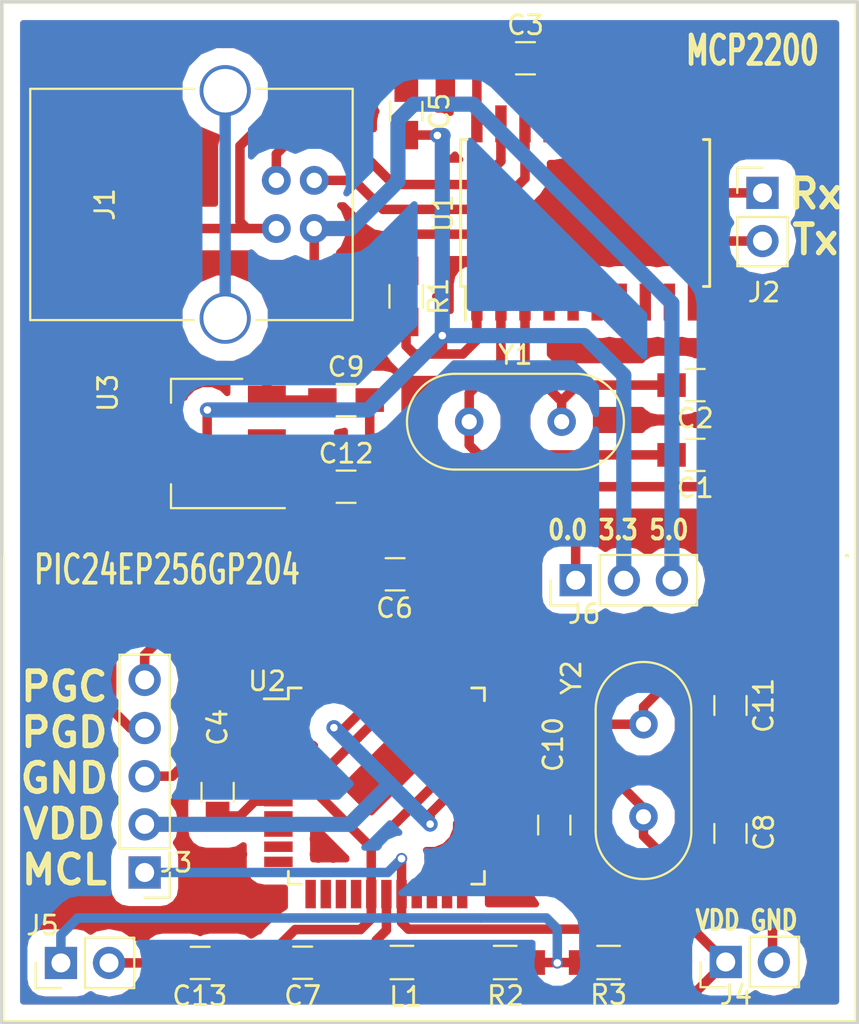
<source format=kicad_pcb>
(kicad_pcb (version 4) (host pcbnew 4.0.7-e1-6374~58~ubuntu14.04.1)

  (general
    (links 62)
    (no_connects 0)
    (area 109.484999 72.774999 154.825001 126.815001)
    (thickness 1.6)
    (drawings 23)
    (tracks 256)
    (zones 0)
    (modules 28)
    (nets 24)
  )

  (page A4)
  (layers
    (0 F.Cu signal)
    (31 B.Cu signal)
    (32 B.Adhes user)
    (33 F.Adhes user)
    (34 B.Paste user)
    (35 F.Paste user)
    (36 B.SilkS user)
    (37 F.SilkS user)
    (38 B.Mask user)
    (39 F.Mask user)
    (40 Dwgs.User user)
    (41 Cmts.User user)
    (42 Eco1.User user)
    (43 Eco2.User user)
    (44 Edge.Cuts user)
    (45 Margin user)
    (46 B.CrtYd user)
    (47 F.CrtYd user)
    (48 B.Fab user)
    (49 F.Fab user)
  )

  (setup
    (last_trace_width 0.3)
    (user_trace_width 0.5)
    (user_trace_width 0.6)
    (user_trace_width 0.8)
    (trace_clearance 0.3)
    (zone_clearance 0.9)
    (zone_45_only no)
    (trace_min 0.1)
    (segment_width 0.2)
    (edge_width 0.15)
    (via_size 0.6)
    (via_drill 0.4)
    (via_min_size 0.1)
    (via_min_drill 0.3)
    (user_via 0.7 0.5)
    (uvia_size 0.3)
    (uvia_drill 0.1)
    (uvias_allowed no)
    (uvia_min_size 0.1)
    (uvia_min_drill 0.1)
    (pcb_text_width 0.3)
    (pcb_text_size 1.5 1.5)
    (mod_edge_width 0.15)
    (mod_text_size 1 1)
    (mod_text_width 0.15)
    (pad_size 1.524 1.524)
    (pad_drill 0.762)
    (pad_to_mask_clearance 0.2)
    (aux_axis_origin 0 0)
    (visible_elements FFFEFF7F)
    (pcbplotparams
      (layerselection 0x010fc_80000001)
      (usegerberextensions true)
      (excludeedgelayer true)
      (linewidth 0.100000)
      (plotframeref false)
      (viasonmask false)
      (mode 1)
      (useauxorigin false)
      (hpglpennumber 1)
      (hpglpenspeed 20)
      (hpglpendiameter 15)
      (hpglpenoverlay 2)
      (psnegative false)
      (psa4output false)
      (plotreference true)
      (plotvalue true)
      (plotinvisibletext false)
      (padsonsilk false)
      (subtractmaskfromsilk false)
      (outputformat 1)
      (mirror false)
      (drillshape 0)
      (scaleselection 1)
      (outputdirectory Gerber/))
  )

  (net 0 "")
  (net 1 "Net-(C3-Pad2)")
  (net 2 "Net-(C4-Pad1)")
  (net 3 "Net-(C7-Pad1)")
  (net 4 "Net-(J1-Pad5)")
  (net 5 MCLR)
  (net 6 "Net-(R1-Pad1)")
  (net 7 V-)
  (net 8 OS1)
  (net 9 OS2)
  (net 10 GND)
  (net 11 V+)
  (net 12 VDD)
  (net 13 OSC1)
  (net 14 VBus)
  (net 15 OSC2)
  (net 16 D-)
  (net 17 D+)
  (net 18 Rx)
  (net 19 Tx)
  (net 20 PGD)
  (net 21 PGC)
  (net 22 MCL_B)
  (net 23 MCL_A)

  (net_class Default "This is the default net class."
    (clearance 0.3)
    (trace_width 0.3)
    (via_dia 0.6)
    (via_drill 0.4)
    (uvia_dia 0.3)
    (uvia_drill 0.1)
    (add_net D+)
    (add_net D-)
    (add_net GND)
    (add_net MCLR)
    (add_net MCL_A)
    (add_net MCL_B)
    (add_net "Net-(C3-Pad2)")
    (add_net "Net-(C4-Pad1)")
    (add_net "Net-(C7-Pad1)")
    (add_net "Net-(J1-Pad5)")
    (add_net "Net-(R1-Pad1)")
    (add_net OS1)
    (add_net OS2)
    (add_net OSC1)
    (add_net OSC2)
    (add_net PGC)
    (add_net PGD)
    (add_net Rx)
    (add_net Tx)
    (add_net V+)
    (add_net V-)
    (add_net VBus)
    (add_net VDD)
  )

  (module Housings_SOIC:SOIC-20W_7.5x12.8mm_Pitch1.27mm (layer F.Cu) (tedit 58CC8F64) (tstamp 5A6A75B8)
    (at 140.37 84.01 90)
    (descr "20-Lead Plastic Small Outline (SO) - Wide, 7.50 mm Body [SOIC] (see Microchip Packaging Specification 00000049BS.pdf)")
    (tags "SOIC 1.27")
    (path /5A6AC1BD)
    (attr smd)
    (fp_text reference U1 (at 0 -7.5 90) (layer F.SilkS)
      (effects (font (size 1 1) (thickness 0.15)))
    )
    (fp_text value MCP2200 (at 0 7.5 90) (layer F.Fab)
      (effects (font (size 1 1) (thickness 0.15)))
    )
    (fp_text user %R (at 0 0 90) (layer F.Fab)
      (effects (font (size 1 1) (thickness 0.15)))
    )
    (fp_line (start -2.75 -6.4) (end 3.75 -6.4) (layer F.Fab) (width 0.15))
    (fp_line (start 3.75 -6.4) (end 3.75 6.4) (layer F.Fab) (width 0.15))
    (fp_line (start 3.75 6.4) (end -3.75 6.4) (layer F.Fab) (width 0.15))
    (fp_line (start -3.75 6.4) (end -3.75 -5.4) (layer F.Fab) (width 0.15))
    (fp_line (start -3.75 -5.4) (end -2.75 -6.4) (layer F.Fab) (width 0.15))
    (fp_line (start -5.95 -6.75) (end -5.95 6.75) (layer F.CrtYd) (width 0.05))
    (fp_line (start 5.95 -6.75) (end 5.95 6.75) (layer F.CrtYd) (width 0.05))
    (fp_line (start -5.95 -6.75) (end 5.95 -6.75) (layer F.CrtYd) (width 0.05))
    (fp_line (start -5.95 6.75) (end 5.95 6.75) (layer F.CrtYd) (width 0.05))
    (fp_line (start -3.875 -6.575) (end -3.875 -6.325) (layer F.SilkS) (width 0.15))
    (fp_line (start 3.875 -6.575) (end 3.875 -6.24) (layer F.SilkS) (width 0.15))
    (fp_line (start 3.875 6.575) (end 3.875 6.24) (layer F.SilkS) (width 0.15))
    (fp_line (start -3.875 6.575) (end -3.875 6.24) (layer F.SilkS) (width 0.15))
    (fp_line (start -3.875 -6.575) (end 3.875 -6.575) (layer F.SilkS) (width 0.15))
    (fp_line (start -3.875 6.575) (end 3.875 6.575) (layer F.SilkS) (width 0.15))
    (fp_line (start -3.875 -6.325) (end -5.675 -6.325) (layer F.SilkS) (width 0.15))
    (pad 1 smd rect (at -4.7 -5.715 90) (size 1.95 0.6) (layers F.Cu F.Paste F.Mask)
      (net 11 V+))
    (pad 2 smd rect (at -4.7 -4.445 90) (size 1.95 0.6) (layers F.Cu F.Paste F.Mask)
      (net 8 OS1))
    (pad 3 smd rect (at -4.7 -3.175 90) (size 1.95 0.6) (layers F.Cu F.Paste F.Mask)
      (net 9 OS2))
    (pad 4 smd rect (at -4.7 -1.905 90) (size 1.95 0.6) (layers F.Cu F.Paste F.Mask)
      (net 6 "Net-(R1-Pad1)"))
    (pad 5 smd rect (at -4.7 -0.635 90) (size 1.95 0.6) (layers F.Cu F.Paste F.Mask))
    (pad 6 smd rect (at -4.7 0.635 90) (size 1.95 0.6) (layers F.Cu F.Paste F.Mask))
    (pad 7 smd rect (at -4.7 1.905 90) (size 1.95 0.6) (layers F.Cu F.Paste F.Mask))
    (pad 8 smd rect (at -4.7 3.175 90) (size 1.95 0.6) (layers F.Cu F.Paste F.Mask))
    (pad 9 smd rect (at -4.7 4.445 90) (size 1.95 0.6) (layers F.Cu F.Paste F.Mask))
    (pad 10 smd rect (at -4.7 5.715 90) (size 1.95 0.6) (layers F.Cu F.Paste F.Mask)
      (net 19 Tx))
    (pad 11 smd rect (at 4.7 5.715 90) (size 1.95 0.6) (layers F.Cu F.Paste F.Mask))
    (pad 12 smd rect (at 4.7 4.445 90) (size 1.95 0.6) (layers F.Cu F.Paste F.Mask)
      (net 18 Rx))
    (pad 13 smd rect (at 4.7 3.175 90) (size 1.95 0.6) (layers F.Cu F.Paste F.Mask))
    (pad 14 smd rect (at 4.7 1.905 90) (size 1.95 0.6) (layers F.Cu F.Paste F.Mask))
    (pad 15 smd rect (at 4.7 0.635 90) (size 1.95 0.6) (layers F.Cu F.Paste F.Mask))
    (pad 16 smd rect (at 4.7 -0.635 90) (size 1.95 0.6) (layers F.Cu F.Paste F.Mask))
    (pad 17 smd rect (at 4.7 -1.905 90) (size 1.95 0.6) (layers F.Cu F.Paste F.Mask)
      (net 1 "Net-(C3-Pad2)"))
    (pad 18 smd rect (at 4.7 -3.175 90) (size 1.95 0.6) (layers F.Cu F.Paste F.Mask)
      (net 16 D-))
    (pad 19 smd rect (at 4.7 -4.445 90) (size 1.95 0.6) (layers F.Cu F.Paste F.Mask)
      (net 17 D+))
    (pad 20 smd rect (at 4.7 -5.715 90) (size 1.95 0.6) (layers F.Cu F.Paste F.Mask)
      (net 7 V-))
    (model ${KISYS3DMOD}/Housings_SOIC.3dshapes/SOIC-20W_7.5x12.8mm_Pitch1.27mm.wrl
      (at (xyz 0 0 0))
      (scale (xyz 1 1 1))
      (rotate (xyz 0 0 0))
    )
  )

  (module Capacitors_SMD:C_0805_HandSoldering (layer F.Cu) (tedit 58AA84A8) (tstamp 5A6A7521)
    (at 146.18 96.77 180)
    (descr "Capacitor SMD 0805, hand soldering")
    (tags "capacitor 0805")
    (path /5A6AC48F)
    (attr smd)
    (fp_text reference C1 (at 0 -1.75 180) (layer F.SilkS)
      (effects (font (size 1 1) (thickness 0.15)))
    )
    (fp_text value 15p (at 0 1.75 180) (layer F.Fab)
      (effects (font (size 1 1) (thickness 0.15)))
    )
    (fp_text user %R (at 0 -1.75 180) (layer F.Fab)
      (effects (font (size 1 1) (thickness 0.15)))
    )
    (fp_line (start -1 0.62) (end -1 -0.62) (layer F.Fab) (width 0.1))
    (fp_line (start 1 0.62) (end -1 0.62) (layer F.Fab) (width 0.1))
    (fp_line (start 1 -0.62) (end 1 0.62) (layer F.Fab) (width 0.1))
    (fp_line (start -1 -0.62) (end 1 -0.62) (layer F.Fab) (width 0.1))
    (fp_line (start 0.5 -0.85) (end -0.5 -0.85) (layer F.SilkS) (width 0.12))
    (fp_line (start -0.5 0.85) (end 0.5 0.85) (layer F.SilkS) (width 0.12))
    (fp_line (start -2.25 -0.88) (end 2.25 -0.88) (layer F.CrtYd) (width 0.05))
    (fp_line (start -2.25 -0.88) (end -2.25 0.87) (layer F.CrtYd) (width 0.05))
    (fp_line (start 2.25 0.87) (end 2.25 -0.88) (layer F.CrtYd) (width 0.05))
    (fp_line (start 2.25 0.87) (end -2.25 0.87) (layer F.CrtYd) (width 0.05))
    (pad 1 smd rect (at -1.25 0 180) (size 1.5 1.25) (layers F.Cu F.Paste F.Mask)
      (net 7 V-))
    (pad 2 smd rect (at 1.25 0 180) (size 1.5 1.25) (layers F.Cu F.Paste F.Mask)
      (net 8 OS1))
    (model Capacitors_SMD.3dshapes/C_0805.wrl
      (at (xyz 0 0 0))
      (scale (xyz 1 1 1))
      (rotate (xyz 0 0 0))
    )
  )

  (module Capacitors_SMD:C_0805_HandSoldering (layer F.Cu) (tedit 58AA84A8) (tstamp 5A6A7527)
    (at 146.18 93.09 180)
    (descr "Capacitor SMD 0805, hand soldering")
    (tags "capacitor 0805")
    (path /5A6AC583)
    (attr smd)
    (fp_text reference C2 (at 0 -1.75 180) (layer F.SilkS)
      (effects (font (size 1 1) (thickness 0.15)))
    )
    (fp_text value 15p (at 0 1.75 180) (layer F.Fab)
      (effects (font (size 1 1) (thickness 0.15)))
    )
    (fp_text user %R (at 0 -1.75 180) (layer F.Fab)
      (effects (font (size 1 1) (thickness 0.15)))
    )
    (fp_line (start -1 0.62) (end -1 -0.62) (layer F.Fab) (width 0.1))
    (fp_line (start 1 0.62) (end -1 0.62) (layer F.Fab) (width 0.1))
    (fp_line (start 1 -0.62) (end 1 0.62) (layer F.Fab) (width 0.1))
    (fp_line (start -1 -0.62) (end 1 -0.62) (layer F.Fab) (width 0.1))
    (fp_line (start 0.5 -0.85) (end -0.5 -0.85) (layer F.SilkS) (width 0.12))
    (fp_line (start -0.5 0.85) (end 0.5 0.85) (layer F.SilkS) (width 0.12))
    (fp_line (start -2.25 -0.88) (end 2.25 -0.88) (layer F.CrtYd) (width 0.05))
    (fp_line (start -2.25 -0.88) (end -2.25 0.87) (layer F.CrtYd) (width 0.05))
    (fp_line (start 2.25 0.87) (end 2.25 -0.88) (layer F.CrtYd) (width 0.05))
    (fp_line (start 2.25 0.87) (end -2.25 0.87) (layer F.CrtYd) (width 0.05))
    (pad 1 smd rect (at -1.25 0 180) (size 1.5 1.25) (layers F.Cu F.Paste F.Mask)
      (net 7 V-))
    (pad 2 smd rect (at 1.25 0 180) (size 1.5 1.25) (layers F.Cu F.Paste F.Mask)
      (net 9 OS2))
    (model Capacitors_SMD.3dshapes/C_0805.wrl
      (at (xyz 0 0 0))
      (scale (xyz 1 1 1))
      (rotate (xyz 0 0 0))
    )
  )

  (module Capacitors_SMD:C_0805_HandSoldering (layer F.Cu) (tedit 58AA84A8) (tstamp 5A6A752D)
    (at 137.22 75.85)
    (descr "Capacitor SMD 0805, hand soldering")
    (tags "capacitor 0805")
    (path /5A6AE5F9)
    (attr smd)
    (fp_text reference C3 (at 0 -1.75) (layer F.SilkS)
      (effects (font (size 1 1) (thickness 0.15)))
    )
    (fp_text value 0.1u (at 0 1.75) (layer F.Fab)
      (effects (font (size 1 1) (thickness 0.15)))
    )
    (fp_text user %R (at 0 -1.75) (layer F.Fab)
      (effects (font (size 1 1) (thickness 0.15)))
    )
    (fp_line (start -1 0.62) (end -1 -0.62) (layer F.Fab) (width 0.1))
    (fp_line (start 1 0.62) (end -1 0.62) (layer F.Fab) (width 0.1))
    (fp_line (start 1 -0.62) (end 1 0.62) (layer F.Fab) (width 0.1))
    (fp_line (start -1 -0.62) (end 1 -0.62) (layer F.Fab) (width 0.1))
    (fp_line (start 0.5 -0.85) (end -0.5 -0.85) (layer F.SilkS) (width 0.12))
    (fp_line (start -0.5 0.85) (end 0.5 0.85) (layer F.SilkS) (width 0.12))
    (fp_line (start -2.25 -0.88) (end 2.25 -0.88) (layer F.CrtYd) (width 0.05))
    (fp_line (start -2.25 -0.88) (end -2.25 0.87) (layer F.CrtYd) (width 0.05))
    (fp_line (start 2.25 0.87) (end 2.25 -0.88) (layer F.CrtYd) (width 0.05))
    (fp_line (start 2.25 0.87) (end -2.25 0.87) (layer F.CrtYd) (width 0.05))
    (pad 1 smd rect (at -1.25 0) (size 1.5 1.25) (layers F.Cu F.Paste F.Mask)
      (net 7 V-))
    (pad 2 smd rect (at 1.25 0) (size 1.5 1.25) (layers F.Cu F.Paste F.Mask)
      (net 1 "Net-(C3-Pad2)"))
    (model Capacitors_SMD.3dshapes/C_0805.wrl
      (at (xyz 0 0 0))
      (scale (xyz 1 1 1))
      (rotate (xyz 0 0 0))
    )
  )

  (module Capacitors_SMD:C_0805_HandSoldering (layer F.Cu) (tedit 5A6BC449) (tstamp 5A6A7533)
    (at 120.97 114.57 90)
    (descr "Capacitor SMD 0805, hand soldering")
    (tags "capacitor 0805")
    (path /5A6B187A)
    (attr smd)
    (fp_text reference C4 (at 3.43 0 90) (layer F.SilkS)
      (effects (font (size 1 1) (thickness 0.15)))
    )
    (fp_text value 10u (at 0 1.75 90) (layer F.Fab)
      (effects (font (size 1 1) (thickness 0.15)))
    )
    (fp_text user %R (at 3.43 0.04 90) (layer F.Fab)
      (effects (font (size 1 1) (thickness 0.15)))
    )
    (fp_line (start -1 0.62) (end -1 -0.62) (layer F.Fab) (width 0.1))
    (fp_line (start 1 0.62) (end -1 0.62) (layer F.Fab) (width 0.1))
    (fp_line (start 1 -0.62) (end 1 0.62) (layer F.Fab) (width 0.1))
    (fp_line (start -1 -0.62) (end 1 -0.62) (layer F.Fab) (width 0.1))
    (fp_line (start 0.5 -0.85) (end -0.5 -0.85) (layer F.SilkS) (width 0.12))
    (fp_line (start -0.5 0.85) (end 0.5 0.85) (layer F.SilkS) (width 0.12))
    (fp_line (start -2.25 -0.88) (end 2.25 -0.88) (layer F.CrtYd) (width 0.05))
    (fp_line (start -2.25 -0.88) (end -2.25 0.87) (layer F.CrtYd) (width 0.05))
    (fp_line (start 2.25 0.87) (end 2.25 -0.88) (layer F.CrtYd) (width 0.05))
    (fp_line (start 2.25 0.87) (end -2.25 0.87) (layer F.CrtYd) (width 0.05))
    (pad 1 smd rect (at -1.25 0 90) (size 1.5 1.25) (layers F.Cu F.Paste F.Mask)
      (net 2 "Net-(C4-Pad1)"))
    (pad 2 smd rect (at 1.25 0 90) (size 1.5 1.25) (layers F.Cu F.Paste F.Mask)
      (net 10 GND))
    (model Capacitors_SMD.3dshapes/C_0805.wrl
      (at (xyz 0 0 0))
      (scale (xyz 1 1 1))
      (rotate (xyz 0 0 0))
    )
  )

  (module Capacitors_SMD:C_0805_HandSoldering (layer F.Cu) (tedit 58AA84A8) (tstamp 5A6A7539)
    (at 130.93 78.65 270)
    (descr "Capacitor SMD 0805, hand soldering")
    (tags "capacitor 0805")
    (path /5A6ADCFB)
    (attr smd)
    (fp_text reference C5 (at 0 -1.75 270) (layer F.SilkS)
      (effects (font (size 1 1) (thickness 0.15)))
    )
    (fp_text value 0.1u (at 0 1.75 270) (layer F.Fab)
      (effects (font (size 1 1) (thickness 0.15)))
    )
    (fp_text user %R (at 0 -1.75 270) (layer F.Fab)
      (effects (font (size 1 1) (thickness 0.15)))
    )
    (fp_line (start -1 0.62) (end -1 -0.62) (layer F.Fab) (width 0.1))
    (fp_line (start 1 0.62) (end -1 0.62) (layer F.Fab) (width 0.1))
    (fp_line (start 1 -0.62) (end 1 0.62) (layer F.Fab) (width 0.1))
    (fp_line (start -1 -0.62) (end 1 -0.62) (layer F.Fab) (width 0.1))
    (fp_line (start 0.5 -0.85) (end -0.5 -0.85) (layer F.SilkS) (width 0.12))
    (fp_line (start -0.5 0.85) (end 0.5 0.85) (layer F.SilkS) (width 0.12))
    (fp_line (start -2.25 -0.88) (end 2.25 -0.88) (layer F.CrtYd) (width 0.05))
    (fp_line (start -2.25 -0.88) (end -2.25 0.87) (layer F.CrtYd) (width 0.05))
    (fp_line (start 2.25 0.87) (end 2.25 -0.88) (layer F.CrtYd) (width 0.05))
    (fp_line (start 2.25 0.87) (end -2.25 0.87) (layer F.CrtYd) (width 0.05))
    (pad 1 smd rect (at -1.25 0 270) (size 1.5 1.25) (layers F.Cu F.Paste F.Mask)
      (net 7 V-))
    (pad 2 smd rect (at 1.25 0 270) (size 1.5 1.25) (layers F.Cu F.Paste F.Mask)
      (net 11 V+))
    (model Capacitors_SMD.3dshapes/C_0805.wrl
      (at (xyz 0 0 0))
      (scale (xyz 1 1 1))
      (rotate (xyz 0 0 0))
    )
  )

  (module Capacitors_SMD:C_0805_HandSoldering (layer F.Cu) (tedit 5A6BC453) (tstamp 5A6A753F)
    (at 130.34 103.07 180)
    (descr "Capacitor SMD 0805, hand soldering")
    (tags "capacitor 0805")
    (path /5A6A81A7)
    (attr smd)
    (fp_text reference C6 (at 0.03 -1.78 180) (layer F.SilkS)
      (effects (font (size 1 1) (thickness 0.15)))
    )
    (fp_text value 0.1u (at 0 1.75 180) (layer F.Fab)
      (effects (font (size 1 1) (thickness 0.15)))
    )
    (fp_text user %R (at 0.01 -1.76 180) (layer F.Fab)
      (effects (font (size 1 1) (thickness 0.15)))
    )
    (fp_line (start -1 0.62) (end -1 -0.62) (layer F.Fab) (width 0.1))
    (fp_line (start 1 0.62) (end -1 0.62) (layer F.Fab) (width 0.1))
    (fp_line (start 1 -0.62) (end 1 0.62) (layer F.Fab) (width 0.1))
    (fp_line (start -1 -0.62) (end 1 -0.62) (layer F.Fab) (width 0.1))
    (fp_line (start 0.5 -0.85) (end -0.5 -0.85) (layer F.SilkS) (width 0.12))
    (fp_line (start -0.5 0.85) (end 0.5 0.85) (layer F.SilkS) (width 0.12))
    (fp_line (start -2.25 -0.88) (end 2.25 -0.88) (layer F.CrtYd) (width 0.05))
    (fp_line (start -2.25 -0.88) (end -2.25 0.87) (layer F.CrtYd) (width 0.05))
    (fp_line (start 2.25 0.87) (end 2.25 -0.88) (layer F.CrtYd) (width 0.05))
    (fp_line (start 2.25 0.87) (end -2.25 0.87) (layer F.CrtYd) (width 0.05))
    (pad 1 smd rect (at -1.25 0 180) (size 1.5 1.25) (layers F.Cu F.Paste F.Mask)
      (net 10 GND))
    (pad 2 smd rect (at 1.25 0 180) (size 1.5 1.25) (layers F.Cu F.Paste F.Mask)
      (net 12 VDD))
    (model Capacitors_SMD.3dshapes/C_0805.wrl
      (at (xyz 0 0 0))
      (scale (xyz 1 1 1))
      (rotate (xyz 0 0 0))
    )
  )

  (module Capacitors_SMD:C_0805_HandSoldering (layer F.Cu) (tedit 58AA84A8) (tstamp 5A6A7545)
    (at 125.46 123.56 180)
    (descr "Capacitor SMD 0805, hand soldering")
    (tags "capacitor 0805")
    (path /5A6A821E)
    (attr smd)
    (fp_text reference C7 (at 0 -1.75 180) (layer F.SilkS)
      (effects (font (size 1 1) (thickness 0.15)))
    )
    (fp_text value 0.1u (at 0 1.75 180) (layer F.Fab)
      (effects (font (size 1 1) (thickness 0.15)))
    )
    (fp_text user %R (at 0 -1.75 180) (layer F.Fab)
      (effects (font (size 1 1) (thickness 0.15)))
    )
    (fp_line (start -1 0.62) (end -1 -0.62) (layer F.Fab) (width 0.1))
    (fp_line (start 1 0.62) (end -1 0.62) (layer F.Fab) (width 0.1))
    (fp_line (start 1 -0.62) (end 1 0.62) (layer F.Fab) (width 0.1))
    (fp_line (start -1 -0.62) (end 1 -0.62) (layer F.Fab) (width 0.1))
    (fp_line (start 0.5 -0.85) (end -0.5 -0.85) (layer F.SilkS) (width 0.12))
    (fp_line (start -0.5 0.85) (end 0.5 0.85) (layer F.SilkS) (width 0.12))
    (fp_line (start -2.25 -0.88) (end 2.25 -0.88) (layer F.CrtYd) (width 0.05))
    (fp_line (start -2.25 -0.88) (end -2.25 0.87) (layer F.CrtYd) (width 0.05))
    (fp_line (start 2.25 0.87) (end 2.25 -0.88) (layer F.CrtYd) (width 0.05))
    (fp_line (start 2.25 0.87) (end -2.25 0.87) (layer F.CrtYd) (width 0.05))
    (pad 1 smd rect (at -1.25 0 180) (size 1.5 1.25) (layers F.Cu F.Paste F.Mask)
      (net 3 "Net-(C7-Pad1)"))
    (pad 2 smd rect (at 1.25 0 180) (size 1.5 1.25) (layers F.Cu F.Paste F.Mask)
      (net 10 GND))
    (model Capacitors_SMD.3dshapes/C_0805.wrl
      (at (xyz 0 0 0))
      (scale (xyz 1 1 1))
      (rotate (xyz 0 0 0))
    )
  )

  (module Capacitors_SMD:C_0805_HandSoldering (layer F.Cu) (tedit 5A6B1743) (tstamp 5A6A754B)
    (at 148.04 116.74 90)
    (descr "Capacitor SMD 0805, hand soldering")
    (tags "capacitor 0805")
    (path /5A6A8DCF)
    (attr smd)
    (fp_text reference C8 (at 0.06 1.77 90) (layer F.SilkS)
      (effects (font (size 1 1) (thickness 0.15)))
    )
    (fp_text value 15p (at 0 1.75 90) (layer F.Fab)
      (effects (font (size 1 1) (thickness 0.15)))
    )
    (fp_text user %R (at 0.23 1.81 90) (layer F.Fab)
      (effects (font (size 1 1) (thickness 0.15)))
    )
    (fp_line (start -1 0.62) (end -1 -0.62) (layer F.Fab) (width 0.1))
    (fp_line (start 1 0.62) (end -1 0.62) (layer F.Fab) (width 0.1))
    (fp_line (start 1 -0.62) (end 1 0.62) (layer F.Fab) (width 0.1))
    (fp_line (start -1 -0.62) (end 1 -0.62) (layer F.Fab) (width 0.1))
    (fp_line (start 0.5 -0.85) (end -0.5 -0.85) (layer F.SilkS) (width 0.12))
    (fp_line (start -0.5 0.85) (end 0.5 0.85) (layer F.SilkS) (width 0.12))
    (fp_line (start -2.25 -0.88) (end 2.25 -0.88) (layer F.CrtYd) (width 0.05))
    (fp_line (start -2.25 -0.88) (end -2.25 0.87) (layer F.CrtYd) (width 0.05))
    (fp_line (start 2.25 0.87) (end 2.25 -0.88) (layer F.CrtYd) (width 0.05))
    (fp_line (start 2.25 0.87) (end -2.25 0.87) (layer F.CrtYd) (width 0.05))
    (pad 1 smd rect (at -1.25 0 90) (size 1.5 1.25) (layers F.Cu F.Paste F.Mask)
      (net 13 OSC1))
    (pad 2 smd rect (at 1.25 0 90) (size 1.5 1.25) (layers F.Cu F.Paste F.Mask)
      (net 10 GND))
    (model Capacitors_SMD.3dshapes/C_0805.wrl
      (at (xyz 0 0 0))
      (scale (xyz 1 1 1))
      (rotate (xyz 0 0 0))
    )
  )

  (module Capacitors_SMD:C_0805_HandSoldering (layer F.Cu) (tedit 58AA84A8) (tstamp 5A6A7551)
    (at 127.75 93.88)
    (descr "Capacitor SMD 0805, hand soldering")
    (tags "capacitor 0805")
    (path /5A6C55F2)
    (attr smd)
    (fp_text reference C9 (at 0 -1.75) (layer F.SilkS)
      (effects (font (size 1 1) (thickness 0.15)))
    )
    (fp_text value 1u (at 0 1.75) (layer F.Fab)
      (effects (font (size 1 1) (thickness 0.15)))
    )
    (fp_text user %R (at 0 -1.75) (layer F.Fab)
      (effects (font (size 1 1) (thickness 0.15)))
    )
    (fp_line (start -1 0.62) (end -1 -0.62) (layer F.Fab) (width 0.1))
    (fp_line (start 1 0.62) (end -1 0.62) (layer F.Fab) (width 0.1))
    (fp_line (start 1 -0.62) (end 1 0.62) (layer F.Fab) (width 0.1))
    (fp_line (start -1 -0.62) (end 1 -0.62) (layer F.Fab) (width 0.1))
    (fp_line (start 0.5 -0.85) (end -0.5 -0.85) (layer F.SilkS) (width 0.12))
    (fp_line (start -0.5 0.85) (end 0.5 0.85) (layer F.SilkS) (width 0.12))
    (fp_line (start -2.25 -0.88) (end 2.25 -0.88) (layer F.CrtYd) (width 0.05))
    (fp_line (start -2.25 -0.88) (end -2.25 0.87) (layer F.CrtYd) (width 0.05))
    (fp_line (start 2.25 0.87) (end 2.25 -0.88) (layer F.CrtYd) (width 0.05))
    (fp_line (start 2.25 0.87) (end -2.25 0.87) (layer F.CrtYd) (width 0.05))
    (pad 1 smd rect (at -1.25 0) (size 1.5 1.25) (layers F.Cu F.Paste F.Mask)
      (net 14 VBus))
    (pad 2 smd rect (at 1.25 0) (size 1.5 1.25) (layers F.Cu F.Paste F.Mask)
      (net 7 V-))
    (model Capacitors_SMD.3dshapes/C_0805.wrl
      (at (xyz 0 0 0))
      (scale (xyz 1 1 1))
      (rotate (xyz 0 0 0))
    )
  )

  (module Capacitors_SMD:C_0805_HandSoldering (layer F.Cu) (tedit 5A6B1741) (tstamp 5A6A7557)
    (at 138.74 116.3 270)
    (descr "Capacitor SMD 0805, hand soldering")
    (tags "capacitor 0805")
    (path /5A6A806C)
    (attr smd)
    (fp_text reference C10 (at -4.25 0.06 270) (layer F.SilkS)
      (effects (font (size 1 1) (thickness 0.15)))
    )
    (fp_text value 0.1u (at 0 1.75 270) (layer F.Fab)
      (effects (font (size 1 1) (thickness 0.15)))
    )
    (fp_text user %R (at -4.25 0.06 270) (layer F.Fab)
      (effects (font (size 1 1) (thickness 0.15)))
    )
    (fp_line (start -1 0.62) (end -1 -0.62) (layer F.Fab) (width 0.1))
    (fp_line (start 1 0.62) (end -1 0.62) (layer F.Fab) (width 0.1))
    (fp_line (start 1 -0.62) (end 1 0.62) (layer F.Fab) (width 0.1))
    (fp_line (start -1 -0.62) (end 1 -0.62) (layer F.Fab) (width 0.1))
    (fp_line (start 0.5 -0.85) (end -0.5 -0.85) (layer F.SilkS) (width 0.12))
    (fp_line (start -0.5 0.85) (end 0.5 0.85) (layer F.SilkS) (width 0.12))
    (fp_line (start -2.25 -0.88) (end 2.25 -0.88) (layer F.CrtYd) (width 0.05))
    (fp_line (start -2.25 -0.88) (end -2.25 0.87) (layer F.CrtYd) (width 0.05))
    (fp_line (start 2.25 0.87) (end 2.25 -0.88) (layer F.CrtYd) (width 0.05))
    (fp_line (start 2.25 0.87) (end -2.25 0.87) (layer F.CrtYd) (width 0.05))
    (pad 1 smd rect (at -1.25 0 270) (size 1.5 1.25) (layers F.Cu F.Paste F.Mask)
      (net 10 GND))
    (pad 2 smd rect (at 1.25 0 270) (size 1.5 1.25) (layers F.Cu F.Paste F.Mask)
      (net 12 VDD))
    (model Capacitors_SMD.3dshapes/C_0805.wrl
      (at (xyz 0 0 0))
      (scale (xyz 1 1 1))
      (rotate (xyz 0 0 0))
    )
  )

  (module Capacitors_SMD:C_0805_HandSoldering (layer F.Cu) (tedit 58AA84A8) (tstamp 5A6A755D)
    (at 148.04 109.99 270)
    (descr "Capacitor SMD 0805, hand soldering")
    (tags "capacitor 0805")
    (path /5A6A8ED8)
    (attr smd)
    (fp_text reference C11 (at 0 -1.75 270) (layer F.SilkS)
      (effects (font (size 1 1) (thickness 0.15)))
    )
    (fp_text value 15p (at 0 1.75 270) (layer F.Fab)
      (effects (font (size 1 1) (thickness 0.15)))
    )
    (fp_text user %R (at 0 -1.75 270) (layer F.Fab)
      (effects (font (size 1 1) (thickness 0.15)))
    )
    (fp_line (start -1 0.62) (end -1 -0.62) (layer F.Fab) (width 0.1))
    (fp_line (start 1 0.62) (end -1 0.62) (layer F.Fab) (width 0.1))
    (fp_line (start 1 -0.62) (end 1 0.62) (layer F.Fab) (width 0.1))
    (fp_line (start -1 -0.62) (end 1 -0.62) (layer F.Fab) (width 0.1))
    (fp_line (start 0.5 -0.85) (end -0.5 -0.85) (layer F.SilkS) (width 0.12))
    (fp_line (start -0.5 0.85) (end 0.5 0.85) (layer F.SilkS) (width 0.12))
    (fp_line (start -2.25 -0.88) (end 2.25 -0.88) (layer F.CrtYd) (width 0.05))
    (fp_line (start -2.25 -0.88) (end -2.25 0.87) (layer F.CrtYd) (width 0.05))
    (fp_line (start 2.25 0.87) (end 2.25 -0.88) (layer F.CrtYd) (width 0.05))
    (fp_line (start 2.25 0.87) (end -2.25 0.87) (layer F.CrtYd) (width 0.05))
    (pad 1 smd rect (at -1.25 0 270) (size 1.5 1.25) (layers F.Cu F.Paste F.Mask)
      (net 15 OSC2))
    (pad 2 smd rect (at 1.25 0 270) (size 1.5 1.25) (layers F.Cu F.Paste F.Mask)
      (net 10 GND))
    (model Capacitors_SMD.3dshapes/C_0805.wrl
      (at (xyz 0 0 0))
      (scale (xyz 1 1 1))
      (rotate (xyz 0 0 0))
    )
  )

  (module Connectors:USB_B (layer F.Cu) (tedit 55B36073) (tstamp 5A6A7567)
    (at 126.07 84.83 180)
    (descr "USB B connector")
    (tags "USB_B USB_DEV")
    (path /5A6AD09C)
    (fp_text reference J1 (at 11.05 1.27 270) (layer F.SilkS)
      (effects (font (size 1 1) (thickness 0.15)))
    )
    (fp_text value USB (at 4.7 1.27 270) (layer F.Fab)
      (effects (font (size 1 1) (thickness 0.15)))
    )
    (fp_line (start 15.25 8.9) (end -2.3 8.9) (layer F.CrtYd) (width 0.05))
    (fp_line (start -2.3 8.9) (end -2.3 -6.35) (layer F.CrtYd) (width 0.05))
    (fp_line (start -2.3 -6.35) (end 15.25 -6.35) (layer F.CrtYd) (width 0.05))
    (fp_line (start 15.25 -6.35) (end 15.25 8.9) (layer F.CrtYd) (width 0.05))
    (fp_line (start 6.35 7.37) (end 14.99 7.37) (layer F.SilkS) (width 0.12))
    (fp_line (start -2.03 7.37) (end 3.05 7.37) (layer F.SilkS) (width 0.12))
    (fp_line (start 6.35 -4.83) (end 14.99 -4.83) (layer F.SilkS) (width 0.12))
    (fp_line (start -2.03 -4.83) (end 3.05 -4.83) (layer F.SilkS) (width 0.12))
    (fp_line (start 14.99 -4.83) (end 14.99 7.37) (layer F.SilkS) (width 0.12))
    (fp_line (start -2.03 7.37) (end -2.03 -4.83) (layer F.SilkS) (width 0.12))
    (pad 2 thru_hole circle (at 0 2.54 90) (size 1.52 1.52) (drill 0.81) (layers *.Cu *.Mask)
      (net 16 D-))
    (pad 1 thru_hole circle (at 0 0 90) (size 1.52 1.52) (drill 0.81) (layers *.Cu *.Mask)
      (net 14 VBus))
    (pad 4 thru_hole circle (at 2 0 90) (size 1.52 1.52) (drill 0.81) (layers *.Cu *.Mask)
      (net 7 V-))
    (pad 3 thru_hole circle (at 2 2.54 90) (size 1.52 1.52) (drill 0.81) (layers *.Cu *.Mask)
      (net 17 D+))
    (pad 5 thru_hole circle (at 4.7 7.27 90) (size 2.7 2.7) (drill 2.3) (layers *.Cu *.Mask)
      (net 4 "Net-(J1-Pad5)"))
    (pad 5 thru_hole circle (at 4.7 -4.73 90) (size 2.7 2.7) (drill 2.3) (layers *.Cu *.Mask)
      (net 4 "Net-(J1-Pad5)"))
    (model ${KISYS3DMOD}/Connectors.3dshapes/USB_B.wrl
      (at (xyz 0.18 -0.05 0))
      (scale (xyz 0.39 0.39 0.39))
      (rotate (xyz 0 0 -90))
    )
  )

  (module Pin_Headers:Pin_Header_Straight_1x02_Pitch2.54mm (layer F.Cu) (tedit 5A6B4BC8) (tstamp 5A6A756D)
    (at 149.73 82.95)
    (descr "Through hole straight pin header, 1x02, 2.54mm pitch, single row")
    (tags "Through hole pin header THT 1x02 2.54mm single row")
    (path /5A6AECE9)
    (fp_text reference J2 (at 0.08 5.25) (layer F.SilkS)
      (effects (font (size 1 1) (thickness 0.15)))
    )
    (fp_text value Tx_Rx (at 0 4.87) (layer F.Fab)
      (effects (font (size 1 1) (thickness 0.15)))
    )
    (fp_line (start -0.635 -1.27) (end 1.27 -1.27) (layer F.Fab) (width 0.1))
    (fp_line (start 1.27 -1.27) (end 1.27 3.81) (layer F.Fab) (width 0.1))
    (fp_line (start 1.27 3.81) (end -1.27 3.81) (layer F.Fab) (width 0.1))
    (fp_line (start -1.27 3.81) (end -1.27 -0.635) (layer F.Fab) (width 0.1))
    (fp_line (start -1.27 -0.635) (end -0.635 -1.27) (layer F.Fab) (width 0.1))
    (fp_line (start -1.33 3.87) (end 1.33 3.87) (layer F.SilkS) (width 0.12))
    (fp_line (start -1.33 1.27) (end -1.33 3.87) (layer F.SilkS) (width 0.12))
    (fp_line (start 1.33 1.27) (end 1.33 3.87) (layer F.SilkS) (width 0.12))
    (fp_line (start -1.33 1.27) (end 1.33 1.27) (layer F.SilkS) (width 0.12))
    (fp_line (start -1.33 0) (end -1.33 -1.33) (layer F.SilkS) (width 0.12))
    (fp_line (start -1.33 -1.33) (end 0 -1.33) (layer F.SilkS) (width 0.12))
    (fp_line (start -1.8 -1.8) (end -1.8 4.35) (layer F.CrtYd) (width 0.05))
    (fp_line (start -1.8 4.35) (end 1.8 4.35) (layer F.CrtYd) (width 0.05))
    (fp_line (start 1.8 4.35) (end 1.8 -1.8) (layer F.CrtYd) (width 0.05))
    (fp_line (start 1.8 -1.8) (end -1.8 -1.8) (layer F.CrtYd) (width 0.05))
    (fp_text user %R (at 0 1.27 90) (layer F.Fab)
      (effects (font (size 1 1) (thickness 0.15)))
    )
    (pad 1 thru_hole rect (at 0 0) (size 1.7 1.7) (drill 1) (layers *.Cu *.Mask)
      (net 18 Rx))
    (pad 2 thru_hole oval (at 0 2.54) (size 1.7 1.7) (drill 1) (layers *.Cu *.Mask)
      (net 19 Tx))
    (model ${KISYS3DMOD}/Pin_Headers.3dshapes/Pin_Header_Straight_1x02_Pitch2.54mm.wrl
      (at (xyz 0 0 0))
      (scale (xyz 1 1 1))
      (rotate (xyz 0 0 0))
    )
  )

  (module Pin_Headers:Pin_Header_Straight_1x05_Pitch2.54mm (layer F.Cu) (tedit 5A6BC442) (tstamp 5A6A7576)
    (at 117.12 118.8 180)
    (descr "Through hole straight pin header, 1x05, 2.54mm pitch, single row")
    (tags "Through hole pin header THT 1x05 2.54mm single row")
    (path /5A6AA8F4)
    (fp_text reference J3 (at -1.66 0.52 180) (layer F.SilkS)
      (effects (font (size 1 1) (thickness 0.15)))
    )
    (fp_text value Programmer (at 0 12.49 180) (layer F.Fab)
      (effects (font (size 1 1) (thickness 0.15)))
    )
    (fp_line (start -0.635 -1.27) (end 1.27 -1.27) (layer F.Fab) (width 0.1))
    (fp_line (start 1.27 -1.27) (end 1.27 11.43) (layer F.Fab) (width 0.1))
    (fp_line (start 1.27 11.43) (end -1.27 11.43) (layer F.Fab) (width 0.1))
    (fp_line (start -1.27 11.43) (end -1.27 -0.635) (layer F.Fab) (width 0.1))
    (fp_line (start -1.27 -0.635) (end -0.635 -1.27) (layer F.Fab) (width 0.1))
    (fp_line (start -1.33 11.49) (end 1.33 11.49) (layer F.SilkS) (width 0.12))
    (fp_line (start -1.33 1.27) (end -1.33 11.49) (layer F.SilkS) (width 0.12))
    (fp_line (start 1.33 1.27) (end 1.33 11.49) (layer F.SilkS) (width 0.12))
    (fp_line (start -1.33 1.27) (end 1.33 1.27) (layer F.SilkS) (width 0.12))
    (fp_line (start -1.33 0) (end -1.33 -1.33) (layer F.SilkS) (width 0.12))
    (fp_line (start -1.33 -1.33) (end 0 -1.33) (layer F.SilkS) (width 0.12))
    (fp_line (start -1.8 -1.8) (end -1.8 11.95) (layer F.CrtYd) (width 0.05))
    (fp_line (start -1.8 11.95) (end 1.8 11.95) (layer F.CrtYd) (width 0.05))
    (fp_line (start 1.8 11.95) (end 1.8 -1.8) (layer F.CrtYd) (width 0.05))
    (fp_line (start 1.8 -1.8) (end -1.8 -1.8) (layer F.CrtYd) (width 0.05))
    (fp_text user %R (at 0 5.08 270) (layer F.Fab)
      (effects (font (size 1 1) (thickness 0.15)))
    )
    (pad 1 thru_hole rect (at 0 0 180) (size 1.7 1.7) (drill 1) (layers *.Cu *.Mask)
      (net 5 MCLR))
    (pad 2 thru_hole oval (at 0 2.54 180) (size 1.7 1.7) (drill 1) (layers *.Cu *.Mask)
      (net 12 VDD))
    (pad 3 thru_hole oval (at 0 5.08 180) (size 1.7 1.7) (drill 1) (layers *.Cu *.Mask)
      (net 10 GND))
    (pad 4 thru_hole oval (at 0 7.62 180) (size 1.7 1.7) (drill 1) (layers *.Cu *.Mask)
      (net 20 PGD))
    (pad 5 thru_hole oval (at 0 10.16 180) (size 1.7 1.7) (drill 1) (layers *.Cu *.Mask)
      (net 21 PGC))
    (model ${KISYS3DMOD}/Pin_Headers.3dshapes/Pin_Header_Straight_1x05_Pitch2.54mm.wrl
      (at (xyz 0 0 0))
      (scale (xyz 1 1 1))
      (rotate (xyz 0 0 0))
    )
  )

  (module Pin_Headers:Pin_Header_Straight_1x02_Pitch2.54mm (layer F.Cu) (tedit 5A6BC427) (tstamp 5A6A757C)
    (at 147.79 123.52 90)
    (descr "Through hole straight pin header, 1x02, 2.54mm pitch, single row")
    (tags "Through hole pin header THT 1x02 2.54mm single row")
    (path /5A6ABB24)
    (fp_text reference J4 (at -1.74 0.54 180) (layer F.SilkS)
      (effects (font (size 1 1) (thickness 0.15)))
    )
    (fp_text value Power (at 0 4.87 90) (layer F.Fab)
      (effects (font (size 1 1) (thickness 0.15)))
    )
    (fp_line (start -0.635 -1.27) (end 1.27 -1.27) (layer F.Fab) (width 0.1))
    (fp_line (start 1.27 -1.27) (end 1.27 3.81) (layer F.Fab) (width 0.1))
    (fp_line (start 1.27 3.81) (end -1.27 3.81) (layer F.Fab) (width 0.1))
    (fp_line (start -1.27 3.81) (end -1.27 -0.635) (layer F.Fab) (width 0.1))
    (fp_line (start -1.27 -0.635) (end -0.635 -1.27) (layer F.Fab) (width 0.1))
    (fp_line (start -1.33 3.87) (end 1.33 3.87) (layer F.SilkS) (width 0.12))
    (fp_line (start -1.33 1.27) (end -1.33 3.87) (layer F.SilkS) (width 0.12))
    (fp_line (start 1.33 1.27) (end 1.33 3.87) (layer F.SilkS) (width 0.12))
    (fp_line (start -1.33 1.27) (end 1.33 1.27) (layer F.SilkS) (width 0.12))
    (fp_line (start -1.33 0) (end -1.33 -1.33) (layer F.SilkS) (width 0.12))
    (fp_line (start -1.33 -1.33) (end 0 -1.33) (layer F.SilkS) (width 0.12))
    (fp_line (start -1.8 -1.8) (end -1.8 4.35) (layer F.CrtYd) (width 0.05))
    (fp_line (start -1.8 4.35) (end 1.8 4.35) (layer F.CrtYd) (width 0.05))
    (fp_line (start 1.8 4.35) (end 1.8 -1.8) (layer F.CrtYd) (width 0.05))
    (fp_line (start 1.8 -1.8) (end -1.8 -1.8) (layer F.CrtYd) (width 0.05))
    (fp_text user %R (at 0 1.27 180) (layer F.Fab)
      (effects (font (size 1 1) (thickness 0.15)))
    )
    (pad 1 thru_hole rect (at 0 0 90) (size 1.7 1.7) (drill 1) (layers *.Cu *.Mask)
      (net 12 VDD))
    (pad 2 thru_hole oval (at 0 2.54 90) (size 1.7 1.7) (drill 1) (layers *.Cu *.Mask)
      (net 10 GND))
    (model ${KISYS3DMOD}/Pin_Headers.3dshapes/Pin_Header_Straight_1x02_Pitch2.54mm.wrl
      (at (xyz 0 0 0))
      (scale (xyz 1 1 1))
      (rotate (xyz 0 0 0))
    )
  )

  (module Inductors_SMD:L_0805_HandSoldering (layer F.Cu) (tedit 5A6B138B) (tstamp 5A6A7588)
    (at 130.7 123.55)
    (descr "Resistor SMD 0805, hand soldering")
    (tags "resistor 0805")
    (path /5A6A8872)
    (attr smd)
    (fp_text reference L1 (at 0.21 1.8) (layer F.SilkS)
      (effects (font (size 1 1) (thickness 0.15)))
    )
    (fp_text value 10uH (at 0 2.1) (layer F.Fab)
      (effects (font (size 1 1) (thickness 0.15)))
    )
    (fp_text user %R (at 0 0) (layer F.Fab)
      (effects (font (size 0.5 0.5) (thickness 0.075)))
    )
    (fp_line (start -1 0.62) (end -1 -0.62) (layer F.Fab) (width 0.1))
    (fp_line (start 1 0.62) (end -1 0.62) (layer F.Fab) (width 0.1))
    (fp_line (start 1 -0.62) (end 1 0.62) (layer F.Fab) (width 0.1))
    (fp_line (start -1 -0.62) (end 1 -0.62) (layer F.Fab) (width 0.1))
    (fp_line (start -2.4 -1) (end 2.4 -1) (layer F.CrtYd) (width 0.05))
    (fp_line (start -2.4 1) (end 2.4 1) (layer F.CrtYd) (width 0.05))
    (fp_line (start -2.4 -1) (end -2.4 1) (layer F.CrtYd) (width 0.05))
    (fp_line (start 2.4 -1) (end 2.4 1) (layer F.CrtYd) (width 0.05))
    (fp_line (start 0.6 0.88) (end -0.6 0.88) (layer F.SilkS) (width 0.12))
    (fp_line (start -0.6 -0.88) (end 0.6 -0.88) (layer F.SilkS) (width 0.12))
    (pad 1 smd rect (at -1.35 0) (size 1.5 1.3) (layers F.Cu F.Paste F.Mask)
      (net 3 "Net-(C7-Pad1)"))
    (pad 2 smd rect (at 1.35 0) (size 1.5 1.3) (layers F.Cu F.Paste F.Mask)
      (net 12 VDD))
    (model ${KISYS3DMOD}/Inductors_SMD.3dshapes/L_0805.wrl
      (at (xyz 0 0 0))
      (scale (xyz 1 1 1))
      (rotate (xyz 0 0 0))
    )
  )

  (module Resistors_SMD:R_0805_HandSoldering (layer F.Cu) (tedit 58E0A804) (tstamp 5A6A758E)
    (at 130.92 88.41 270)
    (descr "Resistor SMD 0805, hand soldering")
    (tags "resistor 0805")
    (path /5A6AE1C4)
    (attr smd)
    (fp_text reference R1 (at 0 -1.7 270) (layer F.SilkS)
      (effects (font (size 1 1) (thickness 0.15)))
    )
    (fp_text value 4.7k (at 0 1.75 270) (layer F.Fab)
      (effects (font (size 1 1) (thickness 0.15)))
    )
    (fp_text user %R (at 0 0 270) (layer F.Fab)
      (effects (font (size 0.5 0.5) (thickness 0.075)))
    )
    (fp_line (start -1 0.62) (end -1 -0.62) (layer F.Fab) (width 0.1))
    (fp_line (start 1 0.62) (end -1 0.62) (layer F.Fab) (width 0.1))
    (fp_line (start 1 -0.62) (end 1 0.62) (layer F.Fab) (width 0.1))
    (fp_line (start -1 -0.62) (end 1 -0.62) (layer F.Fab) (width 0.1))
    (fp_line (start 0.6 0.88) (end -0.6 0.88) (layer F.SilkS) (width 0.12))
    (fp_line (start -0.6 -0.88) (end 0.6 -0.88) (layer F.SilkS) (width 0.12))
    (fp_line (start -2.35 -0.9) (end 2.35 -0.9) (layer F.CrtYd) (width 0.05))
    (fp_line (start -2.35 -0.9) (end -2.35 0.9) (layer F.CrtYd) (width 0.05))
    (fp_line (start 2.35 0.9) (end 2.35 -0.9) (layer F.CrtYd) (width 0.05))
    (fp_line (start 2.35 0.9) (end -2.35 0.9) (layer F.CrtYd) (width 0.05))
    (pad 1 smd rect (at -1.35 0 270) (size 1.5 1.3) (layers F.Cu F.Paste F.Mask)
      (net 6 "Net-(R1-Pad1)"))
    (pad 2 smd rect (at 1.35 0 270) (size 1.5 1.3) (layers F.Cu F.Paste F.Mask)
      (net 11 V+))
    (model ${KISYS3DMOD}/Resistors_SMD.3dshapes/R_0805.wrl
      (at (xyz 0 0 0))
      (scale (xyz 1 1 1))
      (rotate (xyz 0 0 0))
    )
  )

  (module Resistors_SMD:R_0805_HandSoldering (layer F.Cu) (tedit 5A6B138D) (tstamp 5A6A7594)
    (at 136.15 123.55 180)
    (descr "Resistor SMD 0805, hand soldering")
    (tags "resistor 0805")
    (path /5A6A99AE)
    (attr smd)
    (fp_text reference R2 (at -0.02 -1.76 180) (layer F.SilkS)
      (effects (font (size 1 1) (thickness 0.15)))
    )
    (fp_text value 9k8 (at 0 1.75 180) (layer F.Fab)
      (effects (font (size 1 1) (thickness 0.15)))
    )
    (fp_text user %R (at 0 0 180) (layer F.Fab)
      (effects (font (size 0.5 0.5) (thickness 0.075)))
    )
    (fp_line (start -1 0.62) (end -1 -0.62) (layer F.Fab) (width 0.1))
    (fp_line (start 1 0.62) (end -1 0.62) (layer F.Fab) (width 0.1))
    (fp_line (start 1 -0.62) (end 1 0.62) (layer F.Fab) (width 0.1))
    (fp_line (start -1 -0.62) (end 1 -0.62) (layer F.Fab) (width 0.1))
    (fp_line (start 0.6 0.88) (end -0.6 0.88) (layer F.SilkS) (width 0.12))
    (fp_line (start -0.6 -0.88) (end 0.6 -0.88) (layer F.SilkS) (width 0.12))
    (fp_line (start -2.35 -0.9) (end 2.35 -0.9) (layer F.CrtYd) (width 0.05))
    (fp_line (start -2.35 -0.9) (end -2.35 0.9) (layer F.CrtYd) (width 0.05))
    (fp_line (start 2.35 0.9) (end 2.35 -0.9) (layer F.CrtYd) (width 0.05))
    (fp_line (start 2.35 0.9) (end -2.35 0.9) (layer F.CrtYd) (width 0.05))
    (pad 1 smd rect (at -1.35 0 180) (size 1.5 1.3) (layers F.Cu F.Paste F.Mask)
      (net 23 MCL_A))
    (pad 2 smd rect (at 1.35 0 180) (size 1.5 1.3) (layers F.Cu F.Paste F.Mask)
      (net 12 VDD))
    (model ${KISYS3DMOD}/Resistors_SMD.3dshapes/R_0805.wrl
      (at (xyz 0 0 0))
      (scale (xyz 1 1 1))
      (rotate (xyz 0 0 0))
    )
  )

  (module Housings_QFP:TQFP-44_10x10mm_Pitch0.8mm (layer F.Cu) (tedit 5A6B4BE4) (tstamp 5A6A75E8)
    (at 129.88 114.24)
    (descr "44-Lead Plastic Thin Quad Flatpack (PT) - 10x10x1.0 mm Body [TQFP] (see Microchip Packaging Specification 00000049BS.pdf)")
    (tags "QFP 0.8")
    (path /5A6A7FC6)
    (attr smd)
    (fp_text reference U2 (at -6.3 -5.53) (layer F.SilkS)
      (effects (font (size 1 1) (thickness 0.15)))
    )
    (fp_text value PIC24EP64GP204 (at 0 7.45) (layer F.Fab)
      (effects (font (size 1 1) (thickness 0.15)))
    )
    (fp_text user %R (at 0 0) (layer F.Fab)
      (effects (font (size 1 1) (thickness 0.15)))
    )
    (fp_line (start -4 -5) (end 5 -5) (layer F.Fab) (width 0.15))
    (fp_line (start 5 -5) (end 5 5) (layer F.Fab) (width 0.15))
    (fp_line (start 5 5) (end -5 5) (layer F.Fab) (width 0.15))
    (fp_line (start -5 5) (end -5 -4) (layer F.Fab) (width 0.15))
    (fp_line (start -5 -4) (end -4 -5) (layer F.Fab) (width 0.15))
    (fp_line (start -6.7 -6.7) (end -6.7 6.7) (layer F.CrtYd) (width 0.05))
    (fp_line (start 6.7 -6.7) (end 6.7 6.7) (layer F.CrtYd) (width 0.05))
    (fp_line (start -6.7 -6.7) (end 6.7 -6.7) (layer F.CrtYd) (width 0.05))
    (fp_line (start -6.7 6.7) (end 6.7 6.7) (layer F.CrtYd) (width 0.05))
    (fp_line (start -5.175 -5.175) (end -5.175 -4.6) (layer F.SilkS) (width 0.15))
    (fp_line (start 5.175 -5.175) (end 5.175 -4.5) (layer F.SilkS) (width 0.15))
    (fp_line (start 5.175 5.175) (end 5.175 4.5) (layer F.SilkS) (width 0.15))
    (fp_line (start -5.175 5.175) (end -5.175 4.5) (layer F.SilkS) (width 0.15))
    (fp_line (start -5.175 -5.175) (end -4.5 -5.175) (layer F.SilkS) (width 0.15))
    (fp_line (start -5.175 5.175) (end -4.5 5.175) (layer F.SilkS) (width 0.15))
    (fp_line (start 5.175 5.175) (end 4.5 5.175) (layer F.SilkS) (width 0.15))
    (fp_line (start 5.175 -5.175) (end 4.5 -5.175) (layer F.SilkS) (width 0.15))
    (fp_line (start -5.175 -4.6) (end -6.45 -4.6) (layer F.SilkS) (width 0.15))
    (pad 1 smd rect (at -5.7 -4) (size 1.5 0.55) (layers F.Cu F.Paste F.Mask))
    (pad 2 smd rect (at -5.7 -3.2) (size 1.5 0.55) (layers F.Cu F.Paste F.Mask))
    (pad 3 smd rect (at -5.7 -2.4) (size 1.5 0.55) (layers F.Cu F.Paste F.Mask))
    (pad 4 smd rect (at -5.7 -1.6) (size 1.5 0.55) (layers F.Cu F.Paste F.Mask))
    (pad 5 smd rect (at -5.7 -0.8) (size 1.5 0.55) (layers F.Cu F.Paste F.Mask))
    (pad 6 smd rect (at -5.7 0) (size 1.5 0.55) (layers F.Cu F.Paste F.Mask)
      (net 10 GND))
    (pad 7 smd rect (at -5.7 0.8) (size 1.5 0.55) (layers F.Cu F.Paste F.Mask)
      (net 2 "Net-(C4-Pad1)"))
    (pad 8 smd rect (at -5.7 1.6) (size 1.5 0.55) (layers F.Cu F.Paste F.Mask))
    (pad 9 smd rect (at -5.7 2.4) (size 1.5 0.55) (layers F.Cu F.Paste F.Mask))
    (pad 10 smd rect (at -5.7 3.2) (size 1.5 0.55) (layers F.Cu F.Paste F.Mask))
    (pad 11 smd rect (at -5.7 4) (size 1.5 0.55) (layers F.Cu F.Paste F.Mask))
    (pad 12 smd rect (at -4 5.7 90) (size 1.5 0.55) (layers F.Cu F.Paste F.Mask))
    (pad 13 smd rect (at -3.2 5.7 90) (size 1.5 0.55) (layers F.Cu F.Paste F.Mask))
    (pad 14 smd rect (at -2.4 5.7 90) (size 1.5 0.55) (layers F.Cu F.Paste F.Mask))
    (pad 15 smd rect (at -1.6 5.7 90) (size 1.5 0.55) (layers F.Cu F.Paste F.Mask))
    (pad 16 smd rect (at -0.8 5.7 90) (size 1.5 0.55) (layers F.Cu F.Paste F.Mask)
      (net 10 GND))
    (pad 17 smd rect (at 0 5.7 90) (size 1.5 0.55) (layers F.Cu F.Paste F.Mask)
      (net 3 "Net-(C7-Pad1)"))
    (pad 18 smd rect (at 0.8 5.7 90) (size 1.5 0.55) (layers F.Cu F.Paste F.Mask)
      (net 5 MCLR))
    (pad 19 smd rect (at 1.6 5.7 90) (size 1.5 0.55) (layers F.Cu F.Paste F.Mask))
    (pad 20 smd rect (at 2.4 5.7 90) (size 1.5 0.55) (layers F.Cu F.Paste F.Mask))
    (pad 21 smd rect (at 3.2 5.7 90) (size 1.5 0.55) (layers F.Cu F.Paste F.Mask))
    (pad 22 smd rect (at 4 5.7 90) (size 1.5 0.55) (layers F.Cu F.Paste F.Mask))
    (pad 23 smd rect (at 5.7 4) (size 1.5 0.55) (layers F.Cu F.Paste F.Mask))
    (pad 24 smd rect (at 5.7 3.2) (size 1.5 0.55) (layers F.Cu F.Paste F.Mask))
    (pad 25 smd rect (at 5.7 2.4) (size 1.5 0.55) (layers F.Cu F.Paste F.Mask))
    (pad 26 smd rect (at 5.7 1.6) (size 1.5 0.55) (layers F.Cu F.Paste F.Mask))
    (pad 27 smd rect (at 5.7 0.8) (size 1.5 0.55) (layers F.Cu F.Paste F.Mask))
    (pad 28 smd rect (at 5.7 0) (size 1.5 0.55) (layers F.Cu F.Paste F.Mask)
      (net 12 VDD))
    (pad 29 smd rect (at 5.7 -0.8) (size 1.5 0.55) (layers F.Cu F.Paste F.Mask)
      (net 10 GND))
    (pad 30 smd rect (at 5.7 -1.6) (size 1.5 0.55) (layers F.Cu F.Paste F.Mask)
      (net 13 OSC1))
    (pad 31 smd rect (at 5.7 -2.4) (size 1.5 0.55) (layers F.Cu F.Paste F.Mask)
      (net 15 OSC2))
    (pad 32 smd rect (at 5.7 -3.2) (size 1.5 0.55) (layers F.Cu F.Paste F.Mask))
    (pad 33 smd rect (at 5.7 -4) (size 1.5 0.55) (layers F.Cu F.Paste F.Mask))
    (pad 34 smd rect (at 4 -5.7 90) (size 1.5 0.55) (layers F.Cu F.Paste F.Mask))
    (pad 35 smd rect (at 3.2 -5.7 90) (size 1.5 0.55) (layers F.Cu F.Paste F.Mask))
    (pad 36 smd rect (at 2.4 -5.7 90) (size 1.5 0.55) (layers F.Cu F.Paste F.Mask))
    (pad 37 smd rect (at 1.6 -5.7 90) (size 1.5 0.55) (layers F.Cu F.Paste F.Mask))
    (pad 38 smd rect (at 0.8 -5.7 90) (size 1.5 0.55) (layers F.Cu F.Paste F.Mask))
    (pad 39 smd rect (at 0 -5.7 90) (size 1.5 0.55) (layers F.Cu F.Paste F.Mask)
      (net 10 GND))
    (pad 40 smd rect (at -0.8 -5.7 90) (size 1.5 0.55) (layers F.Cu F.Paste F.Mask)
      (net 12 VDD))
    (pad 41 smd rect (at -1.6 -5.7 90) (size 1.5 0.55) (layers F.Cu F.Paste F.Mask)
      (net 20 PGD))
    (pad 42 smd rect (at -2.4 -5.7 90) (size 1.5 0.55) (layers F.Cu F.Paste F.Mask)
      (net 21 PGC))
    (pad 43 smd rect (at -3.2 -5.7 90) (size 1.5 0.55) (layers F.Cu F.Paste F.Mask))
    (pad 44 smd rect (at -4 -5.7 90) (size 1.5 0.55) (layers F.Cu F.Paste F.Mask))
    (model ${KISYS3DMOD}/Housings_QFP.3dshapes/TQFP-44_10x10mm_Pitch0.8mm.wrl
      (at (xyz 0 0 0))
      (scale (xyz 1 1 1))
      (rotate (xyz 0 0 0))
    )
  )

  (module Crystals:Crystal_HC49-4H_Vertical (layer F.Cu) (tedit 58CD2E9C) (tstamp 5A6A75EE)
    (at 134.25 95.02)
    (descr "Crystal THT HC-49-4H http://5hertz.com/pdfs/04404_D.pdf")
    (tags "THT crystalHC-49-4H")
    (path /5A6AC312)
    (fp_text reference Y1 (at 2.44 -3.525) (layer F.SilkS)
      (effects (font (size 1 1) (thickness 0.15)))
    )
    (fp_text value Crystal (at 2.44 3.525) (layer F.Fab)
      (effects (font (size 1 1) (thickness 0.15)))
    )
    (fp_text user %R (at 2.44 0) (layer F.Fab)
      (effects (font (size 1 1) (thickness 0.15)))
    )
    (fp_line (start -0.76 -2.325) (end 5.64 -2.325) (layer F.Fab) (width 0.1))
    (fp_line (start -0.76 2.325) (end 5.64 2.325) (layer F.Fab) (width 0.1))
    (fp_line (start -0.56 -2) (end 5.44 -2) (layer F.Fab) (width 0.1))
    (fp_line (start -0.56 2) (end 5.44 2) (layer F.Fab) (width 0.1))
    (fp_line (start -0.76 -2.525) (end 5.64 -2.525) (layer F.SilkS) (width 0.12))
    (fp_line (start -0.76 2.525) (end 5.64 2.525) (layer F.SilkS) (width 0.12))
    (fp_line (start -3.6 -2.8) (end -3.6 2.8) (layer F.CrtYd) (width 0.05))
    (fp_line (start -3.6 2.8) (end 8.5 2.8) (layer F.CrtYd) (width 0.05))
    (fp_line (start 8.5 2.8) (end 8.5 -2.8) (layer F.CrtYd) (width 0.05))
    (fp_line (start 8.5 -2.8) (end -3.6 -2.8) (layer F.CrtYd) (width 0.05))
    (fp_arc (start -0.76 0) (end -0.76 -2.325) (angle -180) (layer F.Fab) (width 0.1))
    (fp_arc (start 5.64 0) (end 5.64 -2.325) (angle 180) (layer F.Fab) (width 0.1))
    (fp_arc (start -0.56 0) (end -0.56 -2) (angle -180) (layer F.Fab) (width 0.1))
    (fp_arc (start 5.44 0) (end 5.44 -2) (angle 180) (layer F.Fab) (width 0.1))
    (fp_arc (start -0.76 0) (end -0.76 -2.525) (angle -180) (layer F.SilkS) (width 0.12))
    (fp_arc (start 5.64 0) (end 5.64 -2.525) (angle 180) (layer F.SilkS) (width 0.12))
    (pad 1 thru_hole circle (at 0 0) (size 1.5 1.5) (drill 0.8) (layers *.Cu *.Mask)
      (net 8 OS1))
    (pad 2 thru_hole circle (at 4.88 0) (size 1.5 1.5) (drill 0.8) (layers *.Cu *.Mask)
      (net 9 OS2))
    (model ${KISYS3DMOD}/Crystals.3dshapes/Crystal_HC49-4H_Vertical.wrl
      (at (xyz 0 0 0))
      (scale (xyz 0.393701 0.393701 0.393701))
      (rotate (xyz 0 0 0))
    )
  )

  (module Crystals:Crystal_HC49-4H_Vertical (layer F.Cu) (tedit 5A6B139B) (tstamp 5A6A75F4)
    (at 143.45 115.86 90)
    (descr "Crystal THT HC-49-4H http://5hertz.com/pdfs/04404_D.pdf")
    (tags "THT crystalHC-49-4H")
    (path /5A6A8CC4)
    (fp_text reference Y2 (at 7.34 -3.81 90) (layer F.SilkS)
      (effects (font (size 1 1) (thickness 0.15)))
    )
    (fp_text value Crystal (at 2.44 3.525 90) (layer F.Fab)
      (effects (font (size 1 1) (thickness 0.15)))
    )
    (fp_text user %R (at 2.44 0 90) (layer F.Fab)
      (effects (font (size 1 1) (thickness 0.15)))
    )
    (fp_line (start -0.76 -2.325) (end 5.64 -2.325) (layer F.Fab) (width 0.1))
    (fp_line (start -0.76 2.325) (end 5.64 2.325) (layer F.Fab) (width 0.1))
    (fp_line (start -0.56 -2) (end 5.44 -2) (layer F.Fab) (width 0.1))
    (fp_line (start -0.56 2) (end 5.44 2) (layer F.Fab) (width 0.1))
    (fp_line (start -0.76 -2.525) (end 5.64 -2.525) (layer F.SilkS) (width 0.12))
    (fp_line (start -0.76 2.525) (end 5.64 2.525) (layer F.SilkS) (width 0.12))
    (fp_line (start -3.6 -2.8) (end -3.6 2.8) (layer F.CrtYd) (width 0.05))
    (fp_line (start -3.6 2.8) (end 8.5 2.8) (layer F.CrtYd) (width 0.05))
    (fp_line (start 8.5 2.8) (end 8.5 -2.8) (layer F.CrtYd) (width 0.05))
    (fp_line (start 8.5 -2.8) (end -3.6 -2.8) (layer F.CrtYd) (width 0.05))
    (fp_arc (start -0.76 0) (end -0.76 -2.325) (angle -180) (layer F.Fab) (width 0.1))
    (fp_arc (start 5.64 0) (end 5.64 -2.325) (angle 180) (layer F.Fab) (width 0.1))
    (fp_arc (start -0.56 0) (end -0.56 -2) (angle -180) (layer F.Fab) (width 0.1))
    (fp_arc (start 5.44 0) (end 5.44 -2) (angle 180) (layer F.Fab) (width 0.1))
    (fp_arc (start -0.76 0) (end -0.76 -2.525) (angle -180) (layer F.SilkS) (width 0.12))
    (fp_arc (start 5.64 0) (end 5.64 -2.525) (angle 180) (layer F.SilkS) (width 0.12))
    (pad 1 thru_hole circle (at 0 0 90) (size 1.5 1.5) (drill 0.8) (layers *.Cu *.Mask)
      (net 13 OSC1))
    (pad 2 thru_hole circle (at 4.88 0 90) (size 1.5 1.5) (drill 0.8) (layers *.Cu *.Mask)
      (net 15 OSC2))
    (model ${KISYS3DMOD}/Crystals.3dshapes/Crystal_HC49-4H_Vertical.wrl
      (at (xyz 0 0 0))
      (scale (xyz 0.393701 0.393701 0.393701))
      (rotate (xyz 0 0 0))
    )
  )

  (module Capacitors_SMD:C_0805_HandSoldering (layer F.Cu) (tedit 58AA84A8) (tstamp 5A6B0CB5)
    (at 127.75 98.45)
    (descr "Capacitor SMD 0805, hand soldering")
    (tags "capacitor 0805")
    (path /5A6C5731)
    (attr smd)
    (fp_text reference C12 (at 0 -1.75) (layer F.SilkS)
      (effects (font (size 1 1) (thickness 0.15)))
    )
    (fp_text value 10u (at 0 1.75) (layer F.Fab)
      (effects (font (size 1 1) (thickness 0.15)))
    )
    (fp_text user %R (at 0 -1.75) (layer F.Fab)
      (effects (font (size 1 1) (thickness 0.15)))
    )
    (fp_line (start -1 0.62) (end -1 -0.62) (layer F.Fab) (width 0.1))
    (fp_line (start 1 0.62) (end -1 0.62) (layer F.Fab) (width 0.1))
    (fp_line (start 1 -0.62) (end 1 0.62) (layer F.Fab) (width 0.1))
    (fp_line (start -1 -0.62) (end 1 -0.62) (layer F.Fab) (width 0.1))
    (fp_line (start 0.5 -0.85) (end -0.5 -0.85) (layer F.SilkS) (width 0.12))
    (fp_line (start -0.5 0.85) (end 0.5 0.85) (layer F.SilkS) (width 0.12))
    (fp_line (start -2.25 -0.88) (end 2.25 -0.88) (layer F.CrtYd) (width 0.05))
    (fp_line (start -2.25 -0.88) (end -2.25 0.87) (layer F.CrtYd) (width 0.05))
    (fp_line (start 2.25 0.87) (end 2.25 -0.88) (layer F.CrtYd) (width 0.05))
    (fp_line (start 2.25 0.87) (end -2.25 0.87) (layer F.CrtYd) (width 0.05))
    (pad 1 smd rect (at -1.25 0) (size 1.5 1.25) (layers F.Cu F.Paste F.Mask)
      (net 11 V+))
    (pad 2 smd rect (at 1.25 0) (size 1.5 1.25) (layers F.Cu F.Paste F.Mask)
      (net 7 V-))
    (model Capacitors_SMD.3dshapes/C_0805.wrl
      (at (xyz 0 0 0))
      (scale (xyz 1 1 1))
      (rotate (xyz 0 0 0))
    )
  )

  (module TO_SOT_Packages_SMD:SOT-223 (layer F.Cu) (tedit 5A6B561E) (tstamp 5A6B0CBD)
    (at 120.42 96.17 180)
    (descr "module CMS SOT223 4 pins")
    (tags "CMS SOT")
    (path /5A6C42A3)
    (attr smd)
    (fp_text reference U3 (at 5.24 2.67 270) (layer F.SilkS)
      (effects (font (size 1 1) (thickness 0.15)))
    )
    (fp_text value LM1117-3.3 (at 0 4.5 180) (layer F.Fab)
      (effects (font (size 1 1) (thickness 0.15)))
    )
    (fp_text user %R (at 0 0 270) (layer F.Fab)
      (effects (font (size 0.8 0.8) (thickness 0.12)))
    )
    (fp_line (start -1.85 -2.3) (end -0.8 -3.35) (layer F.Fab) (width 0.1))
    (fp_line (start 1.91 3.41) (end 1.91 2.15) (layer F.SilkS) (width 0.12))
    (fp_line (start 1.91 -3.41) (end 1.91 -2.15) (layer F.SilkS) (width 0.12))
    (fp_line (start 4.4 -3.6) (end -4.4 -3.6) (layer F.CrtYd) (width 0.05))
    (fp_line (start 4.4 3.6) (end 4.4 -3.6) (layer F.CrtYd) (width 0.05))
    (fp_line (start -4.4 3.6) (end 4.4 3.6) (layer F.CrtYd) (width 0.05))
    (fp_line (start -4.4 -3.6) (end -4.4 3.6) (layer F.CrtYd) (width 0.05))
    (fp_line (start -1.85 -2.3) (end -1.85 3.35) (layer F.Fab) (width 0.1))
    (fp_line (start -1.85 3.41) (end 1.91 3.41) (layer F.SilkS) (width 0.12))
    (fp_line (start -0.8 -3.35) (end 1.85 -3.35) (layer F.Fab) (width 0.1))
    (fp_line (start -4.1 -3.41) (end 1.91 -3.41) (layer F.SilkS) (width 0.12))
    (fp_line (start -1.85 3.35) (end 1.85 3.35) (layer F.Fab) (width 0.1))
    (fp_line (start 1.85 -3.35) (end 1.85 3.35) (layer F.Fab) (width 0.1))
    (pad 4 smd rect (at 3.15 0 180) (size 2 3.8) (layers F.Cu F.Paste F.Mask)
      (net 11 V+))
    (pad 2 smd rect (at -3.15 0 180) (size 2 1.5) (layers F.Cu F.Paste F.Mask)
      (net 11 V+))
    (pad 3 smd rect (at -3.15 2.3 180) (size 2 1.5) (layers F.Cu F.Paste F.Mask)
      (net 14 VBus))
    (pad 1 smd rect (at -3.15 -2.3 180) (size 2 1.5) (layers F.Cu F.Paste F.Mask)
      (net 7 V-))
    (model ${KISYS3DMOD}/TO_SOT_Packages_SMD.3dshapes/SOT-223.wrl
      (at (xyz 0 0 0))
      (scale (xyz 1 1 1))
      (rotate (xyz 0 0 0))
    )
  )

  (module Capacitors_SMD:C_0805_HandSoldering (layer F.Cu) (tedit 5A6B454F) (tstamp 5A6B43EB)
    (at 120.05 123.57)
    (descr "Capacitor SMD 0805, hand soldering")
    (tags "capacitor 0805")
    (path /5A6B4403)
    (attr smd)
    (fp_text reference C13 (at -0.02 1.74) (layer F.SilkS)
      (effects (font (size 1 1) (thickness 0.15)))
    )
    (fp_text value 0.1u (at 0 1.75) (layer F.Fab)
      (effects (font (size 1 1) (thickness 0.15)))
    )
    (fp_text user %R (at 0.02 1.72) (layer F.Fab)
      (effects (font (size 1 1) (thickness 0.15)))
    )
    (fp_line (start -1 0.62) (end -1 -0.62) (layer F.Fab) (width 0.1))
    (fp_line (start 1 0.62) (end -1 0.62) (layer F.Fab) (width 0.1))
    (fp_line (start 1 -0.62) (end 1 0.62) (layer F.Fab) (width 0.1))
    (fp_line (start -1 -0.62) (end 1 -0.62) (layer F.Fab) (width 0.1))
    (fp_line (start 0.5 -0.85) (end -0.5 -0.85) (layer F.SilkS) (width 0.12))
    (fp_line (start -0.5 0.85) (end 0.5 0.85) (layer F.SilkS) (width 0.12))
    (fp_line (start -2.25 -0.88) (end 2.25 -0.88) (layer F.CrtYd) (width 0.05))
    (fp_line (start -2.25 -0.88) (end -2.25 0.87) (layer F.CrtYd) (width 0.05))
    (fp_line (start 2.25 0.87) (end 2.25 -0.88) (layer F.CrtYd) (width 0.05))
    (fp_line (start 2.25 0.87) (end -2.25 0.87) (layer F.CrtYd) (width 0.05))
    (pad 1 smd rect (at -1.25 0) (size 1.5 1.25) (layers F.Cu F.Paste F.Mask)
      (net 22 MCL_B))
    (pad 2 smd rect (at 1.25 0) (size 1.5 1.25) (layers F.Cu F.Paste F.Mask)
      (net 10 GND))
    (model Capacitors_SMD.3dshapes/C_0805.wrl
      (at (xyz 0 0 0))
      (scale (xyz 1 1 1))
      (rotate (xyz 0 0 0))
    )
  )

  (module Pin_Headers:Pin_Header_Straight_1x02_Pitch2.54mm (layer F.Cu) (tedit 5A6B4401) (tstamp 5A6B43F1)
    (at 112.7 123.57 90)
    (descr "Through hole straight pin header, 1x02, 2.54mm pitch, single row")
    (tags "Through hole pin header THT 1x02 2.54mm single row")
    (path /5A6B4C44)
    (fp_text reference J5 (at 1.98 -0.97 180) (layer F.SilkS)
      (effects (font (size 1 1) (thickness 0.15)))
    )
    (fp_text value MCLR_J (at 0 4.87 90) (layer F.Fab)
      (effects (font (size 1 1) (thickness 0.15)))
    )
    (fp_line (start -0.635 -1.27) (end 1.27 -1.27) (layer F.Fab) (width 0.1))
    (fp_line (start 1.27 -1.27) (end 1.27 3.81) (layer F.Fab) (width 0.1))
    (fp_line (start 1.27 3.81) (end -1.27 3.81) (layer F.Fab) (width 0.1))
    (fp_line (start -1.27 3.81) (end -1.27 -0.635) (layer F.Fab) (width 0.1))
    (fp_line (start -1.27 -0.635) (end -0.635 -1.27) (layer F.Fab) (width 0.1))
    (fp_line (start -1.33 3.87) (end 1.33 3.87) (layer F.SilkS) (width 0.12))
    (fp_line (start -1.33 1.27) (end -1.33 3.87) (layer F.SilkS) (width 0.12))
    (fp_line (start 1.33 1.27) (end 1.33 3.87) (layer F.SilkS) (width 0.12))
    (fp_line (start -1.33 1.27) (end 1.33 1.27) (layer F.SilkS) (width 0.12))
    (fp_line (start -1.33 0) (end -1.33 -1.33) (layer F.SilkS) (width 0.12))
    (fp_line (start -1.33 -1.33) (end 0 -1.33) (layer F.SilkS) (width 0.12))
    (fp_line (start -1.8 -1.8) (end -1.8 4.35) (layer F.CrtYd) (width 0.05))
    (fp_line (start -1.8 4.35) (end 1.8 4.35) (layer F.CrtYd) (width 0.05))
    (fp_line (start 1.8 4.35) (end 1.8 -1.8) (layer F.CrtYd) (width 0.05))
    (fp_line (start 1.8 -1.8) (end -1.8 -1.8) (layer F.CrtYd) (width 0.05))
    (fp_text user %R (at 0 1.27 180) (layer F.Fab)
      (effects (font (size 1 1) (thickness 0.15)))
    )
    (pad 1 thru_hole rect (at 0 0 90) (size 1.7 1.7) (drill 1) (layers *.Cu *.Mask)
      (net 23 MCL_A))
    (pad 2 thru_hole oval (at 0 2.54 90) (size 1.7 1.7) (drill 1) (layers *.Cu *.Mask)
      (net 22 MCL_B))
    (model ${KISYS3DMOD}/Pin_Headers.3dshapes/Pin_Header_Straight_1x02_Pitch2.54mm.wrl
      (at (xyz 0 0 0))
      (scale (xyz 1 1 1))
      (rotate (xyz 0 0 0))
    )
  )

  (module Resistors_SMD:R_0805_HandSoldering (layer F.Cu) (tedit 58E0A804) (tstamp 5A6B43F7)
    (at 141.61 123.55 180)
    (descr "Resistor SMD 0805, hand soldering")
    (tags "resistor 0805")
    (path /5A6B4686)
    (attr smd)
    (fp_text reference R3 (at 0 -1.7 180) (layer F.SilkS)
      (effects (font (size 1 1) (thickness 0.15)))
    )
    (fp_text value 330 (at 0 1.75 180) (layer F.Fab)
      (effects (font (size 1 1) (thickness 0.15)))
    )
    (fp_text user %R (at 0 0 180) (layer F.Fab)
      (effects (font (size 0.5 0.5) (thickness 0.075)))
    )
    (fp_line (start -1 0.62) (end -1 -0.62) (layer F.Fab) (width 0.1))
    (fp_line (start 1 0.62) (end -1 0.62) (layer F.Fab) (width 0.1))
    (fp_line (start 1 -0.62) (end 1 0.62) (layer F.Fab) (width 0.1))
    (fp_line (start -1 -0.62) (end 1 -0.62) (layer F.Fab) (width 0.1))
    (fp_line (start 0.6 0.88) (end -0.6 0.88) (layer F.SilkS) (width 0.12))
    (fp_line (start -0.6 -0.88) (end 0.6 -0.88) (layer F.SilkS) (width 0.12))
    (fp_line (start -2.35 -0.9) (end 2.35 -0.9) (layer F.CrtYd) (width 0.05))
    (fp_line (start -2.35 -0.9) (end -2.35 0.9) (layer F.CrtYd) (width 0.05))
    (fp_line (start 2.35 0.9) (end 2.35 -0.9) (layer F.CrtYd) (width 0.05))
    (fp_line (start 2.35 0.9) (end -2.35 0.9) (layer F.CrtYd) (width 0.05))
    (pad 1 smd rect (at -1.35 0 180) (size 1.5 1.3) (layers F.Cu F.Paste F.Mask)
      (net 5 MCLR))
    (pad 2 smd rect (at 1.35 0 180) (size 1.5 1.3) (layers F.Cu F.Paste F.Mask)
      (net 23 MCL_A))
    (model ${KISYS3DMOD}/Resistors_SMD.3dshapes/R_0805.wrl
      (at (xyz 0 0 0))
      (scale (xyz 1 1 1))
      (rotate (xyz 0 0 0))
    )
  )

  (module Pin_Headers:Pin_Header_Straight_1x03_Pitch2.54mm (layer F.Cu) (tedit 5A6BC418) (tstamp 5A6B4A58)
    (at 139.87 103.38 90)
    (descr "Through hole straight pin header, 1x03, 2.54mm pitch, single row")
    (tags "Through hole pin header THT 1x03 2.54mm single row")
    (path /5A6B70EB)
    (fp_text reference J6 (at -1.78 0.45 180) (layer F.SilkS)
      (effects (font (size 1 1) (thickness 0.15)))
    )
    (fp_text value Power (at 0 7.41 90) (layer F.Fab)
      (effects (font (size 1 1) (thickness 0.15)))
    )
    (fp_line (start -0.635 -1.27) (end 1.27 -1.27) (layer F.Fab) (width 0.1))
    (fp_line (start 1.27 -1.27) (end 1.27 6.35) (layer F.Fab) (width 0.1))
    (fp_line (start 1.27 6.35) (end -1.27 6.35) (layer F.Fab) (width 0.1))
    (fp_line (start -1.27 6.35) (end -1.27 -0.635) (layer F.Fab) (width 0.1))
    (fp_line (start -1.27 -0.635) (end -0.635 -1.27) (layer F.Fab) (width 0.1))
    (fp_line (start -1.33 6.41) (end 1.33 6.41) (layer F.SilkS) (width 0.12))
    (fp_line (start -1.33 1.27) (end -1.33 6.41) (layer F.SilkS) (width 0.12))
    (fp_line (start 1.33 1.27) (end 1.33 6.41) (layer F.SilkS) (width 0.12))
    (fp_line (start -1.33 1.27) (end 1.33 1.27) (layer F.SilkS) (width 0.12))
    (fp_line (start -1.33 0) (end -1.33 -1.33) (layer F.SilkS) (width 0.12))
    (fp_line (start -1.33 -1.33) (end 0 -1.33) (layer F.SilkS) (width 0.12))
    (fp_line (start -1.8 -1.8) (end -1.8 6.85) (layer F.CrtYd) (width 0.05))
    (fp_line (start -1.8 6.85) (end 1.8 6.85) (layer F.CrtYd) (width 0.05))
    (fp_line (start 1.8 6.85) (end 1.8 -1.8) (layer F.CrtYd) (width 0.05))
    (fp_line (start 1.8 -1.8) (end -1.8 -1.8) (layer F.CrtYd) (width 0.05))
    (fp_text user %R (at 0 2.54 180) (layer F.Fab)
      (effects (font (size 1 1) (thickness 0.15)))
    )
    (pad 1 thru_hole rect (at 0 0 90) (size 1.7 1.7) (drill 1) (layers *.Cu *.Mask)
      (net 7 V-))
    (pad 2 thru_hole oval (at 0 2.54 90) (size 1.7 1.7) (drill 1) (layers *.Cu *.Mask)
      (net 11 V+))
    (pad 3 thru_hole oval (at 0 5.08 90) (size 1.7 1.7) (drill 1) (layers *.Cu *.Mask)
      (net 14 VBus))
    (model ${KISYS3DMOD}/Pin_Headers.3dshapes/Pin_Header_Straight_1x03_Pitch2.54mm.wrl
      (at (xyz 0 0 0))
      (scale (xyz 1 1 1))
      (rotate (xyz 0 0 0))
    )
  )

  (gr_text "VDD GND" (at 148.89 121.32) (layer F.SilkS)
    (effects (font (size 1 0.8) (thickness 0.2)))
  )
  (gr_text "0.0 3.3 5.0" (at 142.12 100.73) (layer F.SilkS)
    (effects (font (size 1 0.85) (thickness 0.2)))
  )
  (gr_line (start 154.69 101.52) (end 154.69 101.5) (angle 90) (layer F.SilkS) (width 0.2))
  (gr_line (start 109.57 72.85) (end 109.56 72.85) (angle 90) (layer Edge.Cuts) (width 0.15))
  (gr_line (start 109.57 126.74) (end 109.57 72.85) (angle 90) (layer Edge.Cuts) (width 0.15))
  (gr_line (start 154.75 126.74) (end 109.57 126.74) (angle 90) (layer Edge.Cuts) (width 0.15))
  (gr_line (start 154.75 72.86) (end 154.75 126.74) (angle 90) (layer Edge.Cuts) (width 0.15))
  (gr_line (start 109.56 72.86) (end 154.75 72.86) (angle 90) (layer Edge.Cuts) (width 0.15))
  (gr_text MCP2200 (at 149.2 75.44) (layer F.SilkS)
    (effects (font (size 1.5 1) (thickness 0.25)))
  )
  (gr_text PIC24EP256GP204 (at 118.3 102.83) (layer F.SilkS)
    (effects (font (size 1.5 1) (thickness 0.2)))
  )
  (gr_text "Rx\nTx" (at 152.52 84.21) (layer F.SilkS)
    (effects (font (size 1.5 1.5) (thickness 0.3)))
  )
  (gr_text "PGC\nPGD\nGND\nVDD\nMCL" (at 112.88 113.83) (layer F.SilkS)
    (effects (font (size 1.5 1.5) (thickness 0.3)))
  )
  (gr_line (start 109.63 126.69) (end 109.63 126.67) (angle 90) (layer F.SilkS) (width 0.2))
  (gr_line (start 154.69 126.69) (end 109.63 126.69) (angle 90) (layer F.SilkS) (width 0.2))
  (gr_line (start 154.69 126.66) (end 154.69 126.69) (angle 90) (layer F.SilkS) (width 0.2))
  (gr_line (start 154.69 102.09) (end 154.69 126.66) (angle 90) (layer F.SilkS) (width 0.2))
  (gr_line (start 154.18 102.09) (end 154.21 102.09) (angle 90) (layer F.SilkS) (width 0.2))
  (gr_line (start 109.62 102.09) (end 109.62 126.68) (angle 90) (layer F.SilkS) (width 0.2))
  (gr_line (start 154.69 74.42) (end 154.68 74.42) (angle 90) (layer F.SilkS) (width 0.2))
  (gr_line (start 154.69 72.89) (end 154.69 74.42) (angle 90) (layer F.SilkS) (width 0.2))
  (gr_line (start 109.61 72.89) (end 154.69 72.89) (angle 90) (layer F.SilkS) (width 0.2))
  (gr_line (start 154.69 102.11) (end 154.69 74.42) (angle 90) (layer F.SilkS) (width 0.2))
  (gr_line (start 109.6 72.9) (end 109.6 102.11) (angle 90) (layer F.SilkS) (width 0.2))

  (segment (start 138.47 75.85) (end 138.47 79.305) (width 0.5) (layer F.Cu) (net 1))
  (segment (start 138.47 79.305) (end 138.465 79.31) (width 0.5) (layer F.Cu) (net 1) (tstamp 5A6B0EE1))
  (segment (start 120.97 115.82) (end 122.15 115.82) (width 0.5) (layer F.Cu) (net 2))
  (segment (start 122.93 115.04) (end 124.18 115.04) (width 0.5) (layer F.Cu) (net 2) (tstamp 5A6B45D9))
  (segment (start 122.15 115.82) (end 122.93 115.04) (width 0.5) (layer F.Cu) (net 2) (tstamp 5A6B45D8))
  (segment (start 129.35 123.55) (end 129.35 122.37) (width 0.5) (layer F.Cu) (net 3))
  (segment (start 129.88 121.84) (end 129.88 119.94) (width 0.5) (layer F.Cu) (net 3) (tstamp 5A6B1255))
  (segment (start 129.35 122.37) (end 129.88 121.84) (width 0.5) (layer F.Cu) (net 3) (tstamp 5A6B1254))
  (segment (start 126.71 123.56) (end 129.34 123.56) (width 0.5) (layer F.Cu) (net 3))
  (segment (start 129.34 123.56) (end 129.35 123.55) (width 0.5) (layer F.Cu) (net 3) (tstamp 5A6B1244))
  (segment (start 121.37 89.56) (end 121.37 77.56) (width 0.6) (layer B.Cu) (net 4))
  (segment (start 130.68 119.94) (end 130.68 121.43) (width 0.5) (layer F.Cu) (net 5))
  (segment (start 142.96 122.4) (end 142.96 123.55) (width 0.5) (layer F.Cu) (net 5) (tstamp 5A6B4469))
  (segment (start 142.35 121.79) (end 142.96 122.4) (width 0.5) (layer F.Cu) (net 5) (tstamp 5A6B4468))
  (segment (start 131.04 121.79) (end 142.35 121.79) (width 0.5) (layer F.Cu) (net 5) (tstamp 5A6B4467))
  (segment (start 130.68 121.43) (end 131.04 121.79) (width 0.5) (layer F.Cu) (net 5) (tstamp 5A6B4466))
  (segment (start 130.68 119.94) (end 130.68 118.07) (width 0.5) (layer F.Cu) (net 5))
  (segment (start 129.95 118.8) (end 117.12 118.8) (width 0.5) (layer B.Cu) (net 5) (tstamp 5A6B1297))
  (segment (start 130.68 118.07) (end 129.95 118.8) (width 0.5) (layer B.Cu) (net 5) (tstamp 5A6B1296))
  (via (at 130.68 118.07) (size 0.6) (drill 0.4) (layers F.Cu B.Cu) (net 5))
  (segment (start 130.92 87.06) (end 130.92 85.64) (width 0.5) (layer F.Cu) (net 6))
  (segment (start 138.465 86.435) (end 138.465 88.71) (width 0.5) (layer F.Cu) (net 6) (tstamp 5A6B0E44))
  (segment (start 137.16 85.13) (end 138.465 86.435) (width 0.5) (layer F.Cu) (net 6) (tstamp 5A6B0E43))
  (segment (start 131.43 85.13) (end 137.16 85.13) (width 0.5) (layer F.Cu) (net 6) (tstamp 5A6B0E42))
  (segment (start 130.92 85.64) (end 131.43 85.13) (width 0.5) (layer F.Cu) (net 6) (tstamp 5A6B0E41))
  (segment (start 139.87 98.97) (end 139.87 98.85) (width 0.5) (layer F.Cu) (net 7))
  (segment (start 139.87 98.85) (end 140.27 98.45) (width 0.5) (layer F.Cu) (net 7) (tstamp 5A6BC3F9))
  (segment (start 139.87 103.38) (end 139.87 98.97) (width 0.5) (layer F.Cu) (net 7))
  (segment (start 139.87 98.97) (end 139.35 98.45) (width 0.5) (layer F.Cu) (net 7) (tstamp 5A6BC3F3))
  (segment (start 149.16 96.77) (end 149.28 96.77) (width 0.5) (layer F.Cu) (net 7))
  (segment (start 149.28 96.77) (end 149.7 97.19) (width 0.5) (layer F.Cu) (net 7) (tstamp 5A6B0F3A))
  (segment (start 129 98.45) (end 139.35 98.45) (width 0.5) (layer F.Cu) (net 7))
  (segment (start 139.35 98.45) (end 140.27 98.45) (width 0.5) (layer F.Cu) (net 7) (tstamp 5A6BC3F6))
  (segment (start 140.27 98.45) (end 148.47 98.45) (width 0.5) (layer F.Cu) (net 7) (tstamp 5A6BC3FC))
  (segment (start 149.7 97.4) (end 149.7 97.19) (width 0.5) (layer F.Cu) (net 7) (tstamp 5A6B0F37))
  (segment (start 148.65 98.45) (end 149.7 97.4) (width 0.5) (layer F.Cu) (net 7) (tstamp 5A6B0F36))
  (segment (start 148.47 98.45) (end 148.65 98.45) (width 0.5) (layer F.Cu) (net 7) (tstamp 5A6BC350))
  (segment (start 149.7 97.19) (end 149.7 96.23) (width 0.5) (layer F.Cu) (net 7) (tstamp 5A6B0F3D))
  (segment (start 129 93.88) (end 129 98.45) (width 0.5) (layer F.Cu) (net 7))
  (segment (start 123.57 98.47) (end 123.57 99.87) (width 0.5) (layer F.Cu) (net 7))
  (segment (start 129 100.06) (end 129 98.45) (width 0.5) (layer F.Cu) (net 7) (tstamp 5A6B0F31))
  (segment (start 128.74 100.32) (end 129 100.06) (width 0.5) (layer F.Cu) (net 7) (tstamp 5A6B0F30))
  (segment (start 124.02 100.32) (end 128.74 100.32) (width 0.5) (layer F.Cu) (net 7) (tstamp 5A6B0F2F))
  (segment (start 123.57 99.87) (end 124.02 100.32) (width 0.5) (layer F.Cu) (net 7) (tstamp 5A6B0F2E))
  (segment (start 123.57 98.47) (end 120.07 98.47) (width 0.5) (layer F.Cu) (net 7))
  (segment (start 119.5 84.83) (end 122.52 84.83) (width 0.5) (layer F.Cu) (net 7) (tstamp 5A6B0EF8))
  (segment (start 114.95 89.38) (end 119.5 84.83) (width 0.5) (layer F.Cu) (net 7) (tstamp 5A6B0EF6))
  (segment (start 120.07 98.47) (end 118.91 99.63) (width 0.5) (layer F.Cu) (net 7) (tstamp 5A6B0EF2))
  (segment (start 135.97 75.85) (end 134.27 75.85) (width 0.5) (layer F.Cu) (net 7))
  (segment (start 134.27 75.85) (end 133.86 75.44) (width 0.5) (layer F.Cu) (net 7) (tstamp 5A6B0EE9))
  (segment (start 130.93 75.91) (end 130.93 75.78) (width 0.5) (layer F.Cu) (net 7))
  (segment (start 130.93 75.78) (end 130.59 75.44) (width 0.5) (layer F.Cu) (net 7) (tstamp 5A6B0E2A))
  (segment (start 124.07 84.83) (end 122.52 84.83) (width 0.5) (layer F.Cu) (net 7))
  (segment (start 127.18 75.44) (end 130.59 75.44) (width 0.5) (layer F.Cu) (net 7) (tstamp 5A6B0E1F))
  (segment (start 122.52 84.83) (end 122.15 84.46) (width 0.5) (layer F.Cu) (net 7) (tstamp 5A6B0E1C))
  (segment (start 122.15 84.46) (end 122.15 80.47) (width 0.5) (layer F.Cu) (net 7) (tstamp 5A6B0E1D))
  (segment (start 122.15 80.47) (end 127.18 75.44) (width 0.5) (layer F.Cu) (net 7) (tstamp 5A6B0E1E))
  (segment (start 130.59 75.44) (end 131.4 75.44) (width 0.5) (layer F.Cu) (net 7) (tstamp 5A6B0E2D))
  (segment (start 130.93 77.4) (end 130.93 75.91) (width 0.5) (layer F.Cu) (net 7))
  (segment (start 134.655 76.235) (end 134.655 79.31) (width 0.5) (layer F.Cu) (net 7) (tstamp 5A6B0E19))
  (segment (start 133.86 75.44) (end 134.655 76.235) (width 0.5) (layer F.Cu) (net 7) (tstamp 5A6B0E18))
  (segment (start 131.4 75.44) (end 133.86 75.44) (width 0.5) (layer F.Cu) (net 7) (tstamp 5A6B0E17))
  (segment (start 130.93 75.91) (end 131.4 75.44) (width 0.5) (layer F.Cu) (net 7) (tstamp 5A6B0E16))
  (segment (start 147.43 93.09) (end 149 93.09) (width 0.5) (layer F.Cu) (net 7))
  (segment (start 149 93.09) (end 149.7 93.79) (width 0.5) (layer F.Cu) (net 7) (tstamp 5A6B0DB6))
  (segment (start 149.7 93.79) (end 149.7 96.23) (width 0.5) (layer F.Cu) (net 7) (tstamp 5A6B0DB7))
  (segment (start 149.16 96.77) (end 147.43 96.77) (width 0.5) (layer F.Cu) (net 7) (tstamp 5A6B0DB9))
  (segment (start 149.7 96.23) (end 149.16 96.77) (width 0.5) (layer F.Cu) (net 7) (tstamp 5A6B0DB8))
  (segment (start 114.95 95.66) (end 114.95 89.38) (width 0.5) (layer F.Cu) (net 7) (tstamp 5A6B4A6B))
  (segment (start 118.91 99.63) (end 118.36 99.63) (width 0.5) (layer F.Cu) (net 7) (tstamp 5A6B0EF3))
  (segment (start 117.37 99.63) (end 115.9 99.63) (width 0.5) (layer F.Cu) (net 7) (tstamp 5A6B56B9))
  (segment (start 115.9 99.63) (end 114.95 98.68) (width 0.5) (layer F.Cu) (net 7) (tstamp 5A6B0EF4))
  (segment (start 114.95 98.68) (end 114.95 95.66) (width 0.5) (layer F.Cu) (net 7) (tstamp 5A6B0EF5))
  (segment (start 118.36 99.63) (end 117.37 99.63) (width 0.5) (layer F.Cu) (net 7) (tstamp 5A6B56B2))
  (segment (start 134.25 95.02) (end 134.25 93.52) (width 0.5) (layer F.Cu) (net 8))
  (segment (start 135.925 91.845) (end 135.925 88.71) (width 0.5) (layer F.Cu) (net 8) (tstamp 5A6B0E38))
  (segment (start 134.25 93.52) (end 135.925 91.845) (width 0.5) (layer F.Cu) (net 8) (tstamp 5A6B0E37))
  (segment (start 134.25 95.02) (end 134.25 96.25) (width 0.5) (layer F.Cu) (net 8))
  (segment (start 134.77 96.77) (end 144.93 96.77) (width 0.5) (layer F.Cu) (net 8) (tstamp 5A6B0DB3))
  (segment (start 134.25 96.25) (end 134.77 96.77) (width 0.5) (layer F.Cu) (net 8) (tstamp 5A6B0DB2))
  (segment (start 137.195 88.71) (end 137.195 92.015) (width 0.5) (layer F.Cu) (net 9))
  (segment (start 137.195 92.015) (end 139.13 93.95) (width 0.5) (layer F.Cu) (net 9) (tstamp 5A6B0E2F))
  (segment (start 139.13 95.02) (end 139.13 93.95) (width 0.5) (layer F.Cu) (net 9))
  (segment (start 139.13 93.95) (end 139.13 93.92) (width 0.5) (layer F.Cu) (net 9) (tstamp 5A6B0E32))
  (segment (start 139.96 93.09) (end 144.93 93.09) (width 0.5) (layer F.Cu) (net 9) (tstamp 5A6B0DAF))
  (segment (start 139.13 93.92) (end 139.96 93.09) (width 0.5) (layer F.Cu) (net 9) (tstamp 5A6B0DAE))
  (segment (start 129.88 108.54) (end 129.88 106.16) (width 0.5) (layer F.Cu) (net 10))
  (segment (start 131.59 104.45) (end 131.59 103.07) (width 0.5) (layer F.Cu) (net 10) (tstamp 5A6B56D3))
  (segment (start 129.88 106.16) (end 131.59 104.45) (width 0.5) (layer F.Cu) (net 10) (tstamp 5A6B56D2))
  (segment (start 120.97 113.32) (end 118.98 113.32) (width 0.5) (layer F.Cu) (net 10))
  (segment (start 118.58 113.72) (end 117.12 113.72) (width 0.5) (layer F.Cu) (net 10) (tstamp 5A6B45E8))
  (segment (start 118.98 113.32) (end 118.58 113.72) (width 0.5) (layer F.Cu) (net 10) (tstamp 5A6B45E7))
  (segment (start 120.97 113.32) (end 122.18 113.32) (width 0.5) (layer F.Cu) (net 10))
  (segment (start 123.1 114.24) (end 124.18 114.24) (width 0.5) (layer F.Cu) (net 10) (tstamp 5A6B45DE))
  (segment (start 122.18 113.32) (end 123.1 114.24) (width 0.5) (layer F.Cu) (net 10) (tstamp 5A6B45DC))
  (segment (start 150.26 119.25) (end 150.26 123.45) (width 0.5) (layer F.Cu) (net 10))
  (segment (start 150.26 123.45) (end 150.33 123.52) (width 0.5) (layer F.Cu) (net 10) (tstamp 5A6B448C))
  (segment (start 138.74 115.05) (end 140.21 115.05) (width 0.5) (layer F.Cu) (net 10))
  (segment (start 149.42 113.32) (end 148.04 113.32) (width 0.5) (layer F.Cu) (net 10) (tstamp 5A6B4482))
  (segment (start 150.26 114.16) (end 149.42 113.32) (width 0.5) (layer F.Cu) (net 10) (tstamp 5A6B4481))
  (segment (start 150.26 119.25) (end 150.26 114.16) (width 0.5) (layer F.Cu) (net 10) (tstamp 5A6B4480))
  (segment (start 149.28 120.23) (end 150.26 119.25) (width 0.5) (layer F.Cu) (net 10) (tstamp 5A6B447F))
  (segment (start 144.35 120.23) (end 149.28 120.23) (width 0.5) (layer F.Cu) (net 10) (tstamp 5A6B447D))
  (segment (start 141.22 117.1) (end 144.35 120.23) (width 0.5) (layer F.Cu) (net 10) (tstamp 5A6B447C))
  (segment (start 141.22 116.06) (end 141.22 117.1) (width 0.5) (layer F.Cu) (net 10) (tstamp 5A6B447B))
  (segment (start 140.21 115.05) (end 141.22 116.06) (width 0.5) (layer F.Cu) (net 10) (tstamp 5A6B447A))
  (segment (start 121.3 123.57) (end 124.2 123.57) (width 0.5) (layer F.Cu) (net 10))
  (segment (start 124.2 123.57) (end 124.21 123.56) (width 0.5) (layer F.Cu) (net 10) (tstamp 5A6B4463))
  (segment (start 148.04 111.24) (end 148.04 113.32) (width 0.5) (layer F.Cu) (net 10))
  (segment (start 148.04 113.32) (end 148.04 115.49) (width 0.5) (layer F.Cu) (net 10) (tstamp 5A6B1316))
  (segment (start 135.58 113.44) (end 138.21 113.44) (width 0.5) (layer F.Cu) (net 10))
  (segment (start 138.74 113.97) (end 138.74 115.05) (width 0.5) (layer F.Cu) (net 10) (tstamp 5A6B12A5))
  (segment (start 138.21 113.44) (end 138.74 113.97) (width 0.5) (layer F.Cu) (net 10) (tstamp 5A6B12A4))
  (segment (start 124.21 123.56) (end 124.21 122.66) (width 0.5) (layer F.Cu) (net 10))
  (segment (start 129.08 121.24) (end 129.08 119.94) (width 0.5) (layer F.Cu) (net 10) (tstamp 5A6B1251))
  (segment (start 128.51 121.81) (end 129.08 121.24) (width 0.5) (layer F.Cu) (net 10) (tstamp 5A6B1250))
  (segment (start 125.06 121.81) (end 128.51 121.81) (width 0.5) (layer F.Cu) (net 10) (tstamp 5A6B124F))
  (segment (start 124.21 122.66) (end 125.06 121.81) (width 0.5) (layer F.Cu) (net 10) (tstamp 5A6B124E))
  (segment (start 129.08 117.49) (end 133.13 113.44) (width 0.5) (layer F.Cu) (net 10))
  (segment (start 129.08 119.94) (end 129.08 117.49) (width 0.5) (layer F.Cu) (net 10))
  (segment (start 129.08 117.49) (end 125.83 114.24) (width 0.5) (layer F.Cu) (net 10) (tstamp 5A6B109A))
  (segment (start 124.18 114.24) (end 125.83 114.24) (width 0.5) (layer F.Cu) (net 10))
  (segment (start 125.83 114.24) (end 129.88 110.19) (width 0.5) (layer F.Cu) (net 10) (tstamp 5A6B1097))
  (segment (start 129.88 108.54) (end 129.88 110.19) (width 0.5) (layer F.Cu) (net 10))
  (segment (start 133.13 113.44) (end 135.58 113.44) (width 0.5) (layer F.Cu) (net 10) (tstamp 5A6B1093))
  (segment (start 129.88 110.19) (end 133.13 113.44) (width 0.5) (layer F.Cu) (net 10) (tstamp 5A6B1092))
  (segment (start 148.05 115.48) (end 148.04 115.49) (width 0.5) (layer F.Cu) (net 10) (tstamp 5A6B108F))
  (segment (start 132.83 90.48) (end 140.32 90.48) (width 0.8) (layer B.Cu) (net 11))
  (segment (start 142.41 92.57) (end 142.41 103.38) (width 0.8) (layer B.Cu) (net 11) (tstamp 5A6BC710))
  (segment (start 140.32 90.48) (end 142.41 92.57) (width 0.8) (layer B.Cu) (net 11) (tstamp 5A6BC70E))
  (segment (start 132.57 79.92) (end 132.87 79.92) (width 0.8) (layer B.Cu) (net 11))
  (segment (start 132.83 79.96) (end 132.83 90.48) (width 0.8) (layer B.Cu) (net 11) (tstamp 5A6BC708))
  (segment (start 132.87 79.92) (end 132.83 79.96) (width 0.8) (layer B.Cu) (net 11) (tstamp 5A6BC705))
  (segment (start 120.43 94.4) (end 128.91 94.4) (width 0.8) (layer B.Cu) (net 11))
  (via (at 120.43 94.4) (size 0.6) (drill 0.4) (layers F.Cu B.Cu) (net 11))
  (segment (start 120.43 94.4) (end 120.42 94.41) (width 0.5) (layer F.Cu) (net 11) (tstamp 5A6B4A8A))
  (segment (start 120.42 94.41) (end 120.42 96.17) (width 0.5) (layer F.Cu) (net 11) (tstamp 5A6B4A8B))
  (segment (start 128.91 94.4) (end 132.83 90.48) (width 0.8) (layer B.Cu) (net 11) (tstamp 5A6BC6F9))
  (via (at 132.57 79.92) (size 0.6) (drill 0.4) (layers F.Cu B.Cu) (net 11))
  (segment (start 132.57 79.92) (end 132.55 79.9) (width 0.5) (layer F.Cu) (net 11) (tstamp 5A6B0F50))
  (segment (start 132.84 90.49) (end 132.84 91.45) (width 0.5) (layer F.Cu) (net 11) (tstamp 5A6B0F49))
  (via (at 132.83 90.48) (size 0.6) (drill 0.4) (layers F.Cu B.Cu) (net 11))
  (segment (start 132.83 90.48) (end 132.84 90.49) (width 0.5) (layer F.Cu) (net 11) (tstamp 5A6B0F48))
  (segment (start 131.35 91.45) (end 132.84 91.45) (width 0.5) (layer F.Cu) (net 11) (tstamp 5A6B0E3C))
  (segment (start 132.84 91.45) (end 133.91 91.45) (width 0.5) (layer F.Cu) (net 11) (tstamp 5A6B0F4C))
  (segment (start 130.92 91.02) (end 131.35 91.45) (width 0.5) (layer F.Cu) (net 11) (tstamp 5A6B0E3B))
  (segment (start 133.91 91.45) (end 134.655 90.705) (width 0.5) (layer F.Cu) (net 11) (tstamp 5A6B0E3D))
  (segment (start 132.55 79.9) (end 130.93 79.9) (width 0.5) (layer F.Cu) (net 11) (tstamp 5A6B0F51))
  (segment (start 123.57 96.17) (end 125.98 96.17) (width 0.5) (layer F.Cu) (net 11))
  (segment (start 126.5 96.69) (end 126.5 98.45) (width 0.5) (layer F.Cu) (net 11) (tstamp 5A6B0F2B))
  (segment (start 125.98 96.17) (end 126.5 96.69) (width 0.5) (layer F.Cu) (net 11) (tstamp 5A6B0F2A))
  (segment (start 117.27 96.17) (end 120.42 96.17) (width 0.5) (layer F.Cu) (net 11))
  (segment (start 120.42 96.17) (end 123.57 96.17) (width 0.5) (layer F.Cu) (net 11) (tstamp 5A6B0F3F))
  (segment (start 130.92 89.76) (end 130.92 91.02) (width 0.5) (layer F.Cu) (net 11))
  (segment (start 134.655 90.705) (end 134.655 88.71) (width 0.5) (layer F.Cu) (net 11) (tstamp 5A6B0E3E))
  (segment (start 129.08 109.77) (end 129.08 108.54) (width 0.5) (layer F.Cu) (net 12) (tstamp 5A6B10B8))
  (via (at 127.11 111.16) (size 0.6) (drill 0.4) (layers F.Cu B.Cu) (net 12))
  (segment (start 127.11 111.16) (end 127.24 111.29) (width 0.5) (layer F.Cu) (net 12) (tstamp 5A6B10B5))
  (segment (start 127.24 111.29) (end 127.56 111.29) (width 0.5) (layer F.Cu) (net 12) (tstamp 5A6B10B6))
  (segment (start 127.56 111.29) (end 129.08 109.77) (width 0.5) (layer F.Cu) (net 12) (tstamp 5A6B10B7))
  (segment (start 132.19 116.25) (end 130.07 114.13) (width 0.8) (layer B.Cu) (net 12))
  (segment (start 117.12 116.26) (end 127.94 116.26) (width 0.8) (layer B.Cu) (net 12))
  (segment (start 127.94 116.26) (end 130.07 114.13) (width 0.8) (layer B.Cu) (net 12) (tstamp 5A6BC719))
  (segment (start 130.07 114.13) (end 130.07 114.12) (width 0.8) (layer B.Cu) (net 12) (tstamp 5A6BC71C))
  (segment (start 130.07 114.12) (end 127.11 111.16) (width 0.8) (layer B.Cu) (net 12) (tstamp 5A6BC71E))
  (segment (start 129.08 108.54) (end 129.08 103.08) (width 0.5) (layer F.Cu) (net 12))
  (segment (start 129.08 103.08) (end 129.09 103.07) (width 0.5) (layer F.Cu) (net 12) (tstamp 5A6B56CF))
  (segment (start 132.05 123.55) (end 132.05 124.68) (width 0.5) (layer F.Cu) (net 12))
  (segment (start 145.83 125.48) (end 147.79 123.52) (width 0.5) (layer F.Cu) (net 12) (tstamp 5A6B55B5))
  (segment (start 132.85 125.48) (end 145.83 125.48) (width 0.5) (layer F.Cu) (net 12) (tstamp 5A6B55B4))
  (segment (start 132.05 124.68) (end 132.85 125.48) (width 0.5) (layer F.Cu) (net 12) (tstamp 5A6B55B3))
  (segment (start 138.74 117.55) (end 138.74 119.58) (width 0.5) (layer F.Cu) (net 12))
  (segment (start 138.74 119.58) (end 139.44 120.28) (width 0.5) (layer F.Cu) (net 12) (tstamp 5A6B4485))
  (segment (start 139.44 120.28) (end 142.69 120.28) (width 0.5) (layer F.Cu) (net 12) (tstamp 5A6B4486))
  (segment (start 142.69 120.28) (end 143.89 121.48) (width 0.5) (layer F.Cu) (net 12) (tstamp 5A6B4487))
  (segment (start 143.89 121.48) (end 145.75 121.48) (width 0.5) (layer F.Cu) (net 12) (tstamp 5A6B4488))
  (segment (start 145.75 121.48) (end 147.79 123.52) (width 0.5) (layer F.Cu) (net 12) (tstamp 5A6B4489))
  (segment (start 135.58 114.24) (end 136.66 114.24) (width 0.5) (layer F.Cu) (net 12))
  (segment (start 137.74 117.55) (end 138.74 117.55) (width 0.5) (layer F.Cu) (net 12) (tstamp 5A6B12AB))
  (segment (start 137.18 116.99) (end 137.74 117.55) (width 0.5) (layer F.Cu) (net 12) (tstamp 5A6B12AA))
  (segment (start 137.18 114.76) (end 137.18 116.99) (width 0.5) (layer F.Cu) (net 12) (tstamp 5A6B12A9))
  (segment (start 136.66 114.24) (end 137.18 114.76) (width 0.5) (layer F.Cu) (net 12) (tstamp 5A6B12A8))
  (segment (start 127.94 116.26) (end 130.07 114.13) (width 0.5) (layer B.Cu) (net 12) (tstamp 5A6B129A))
  (segment (start 132.05 123.55) (end 133.44 123.55) (width 0.5) (layer F.Cu) (net 12))
  (segment (start 133.44 123.55) (end 134.8 123.55) (width 0.5) (layer F.Cu) (net 12) (tstamp 5A6B12B0))
  (segment (start 135.58 114.24) (end 133.65 114.24) (width 0.5) (layer F.Cu) (net 12))
  (segment (start 127.11 111.17) (end 127.11 111.16) (width 0.5) (layer B.Cu) (net 12) (tstamp 5A6B10B3))
  (segment (start 130.07 114.13) (end 127.11 111.17) (width 0.5) (layer B.Cu) (net 12) (tstamp 5A6B129E))
  (via (at 132.19 116.25) (size 0.6) (drill 0.4) (layers F.Cu B.Cu) (net 12))
  (segment (start 132.19 115.7) (end 132.19 116.25) (width 0.5) (layer F.Cu) (net 12) (tstamp 5A6B10B0))
  (segment (start 133.65 114.24) (end 132.19 115.7) (width 0.5) (layer F.Cu) (net 12) (tstamp 5A6B10AF))
  (segment (start 143.45 115.86) (end 143.45 116.87) (width 0.5) (layer F.Cu) (net 13))
  (segment (start 144.57 117.99) (end 148.04 117.99) (width 0.5) (layer F.Cu) (net 13) (tstamp 5A6B130B))
  (segment (start 143.45 116.87) (end 144.57 117.99) (width 0.5) (layer F.Cu) (net 13) (tstamp 5A6B130A))
  (segment (start 135.58 112.64) (end 140.68 112.64) (width 0.5) (layer F.Cu) (net 13))
  (segment (start 140.68 112.64) (end 143.45 115.41) (width 0.5) (layer F.Cu) (net 13) (tstamp 5A6B12DD))
  (segment (start 143.45 115.41) (end 143.45 115.86) (width 0.5) (layer F.Cu) (net 13) (tstamp 5A6B12DE))
  (segment (start 126.07 84.83) (end 128 84.83) (width 0.8) (layer B.Cu) (net 14))
  (segment (start 128 84.83) (end 130.49 82.34) (width 0.8) (layer B.Cu) (net 14) (tstamp 5A6BC6E5))
  (segment (start 144.95 88.77) (end 144.95 103.38) (width 0.8) (layer B.Cu) (net 14) (tstamp 5A6BC6EF))
  (segment (start 134.45 78.27) (end 144.95 88.77) (width 0.8) (layer B.Cu) (net 14) (tstamp 5A6BC6EB))
  (segment (start 131.32 78.27) (end 134.45 78.27) (width 0.8) (layer B.Cu) (net 14) (tstamp 5A6BC6EA))
  (segment (start 130.49 79.1) (end 131.32 78.27) (width 0.8) (layer B.Cu) (net 14) (tstamp 5A6BC6E9))
  (segment (start 130.49 82.34) (end 130.49 79.1) (width 0.8) (layer B.Cu) (net 14) (tstamp 5A6BC6E8))
  (segment (start 126.5 93.88) (end 123.58 93.88) (width 0.5) (layer F.Cu) (net 14))
  (segment (start 123.58 93.88) (end 123.57 93.87) (width 0.5) (layer F.Cu) (net 14) (tstamp 5A6B0F26))
  (segment (start 123.57 93.87) (end 123.57 92) (width 0.5) (layer F.Cu) (net 14))
  (segment (start 126.07 89.5) (end 126.07 84.83) (width 0.5) (layer F.Cu) (net 14) (tstamp 5A6B0E4B))
  (segment (start 123.57 92) (end 126.07 89.5) (width 0.5) (layer F.Cu) (net 14) (tstamp 5A6B0E4A))
  (segment (start 143.45 110.98) (end 143.45 110.06) (width 0.5) (layer F.Cu) (net 15))
  (segment (start 144.77 108.74) (end 148.04 108.74) (width 0.5) (layer F.Cu) (net 15) (tstamp 5A6B1307))
  (segment (start 143.45 110.06) (end 144.77 108.74) (width 0.5) (layer F.Cu) (net 15) (tstamp 5A6B1306))
  (segment (start 135.58 111.84) (end 139.78 111.84) (width 0.5) (layer F.Cu) (net 15))
  (segment (start 140.64 110.98) (end 143.45 110.98) (width 0.5) (layer F.Cu) (net 15) (tstamp 5A6B12DA))
  (segment (start 139.78 111.84) (end 140.64 110.98) (width 0.5) (layer F.Cu) (net 15) (tstamp 5A6B12D9))
  (segment (start 126.07 82.29) (end 128.17 82.29) (width 0.5) (layer F.Cu) (net 16))
  (segment (start 137.195 82.185) (end 137.195 79.31) (width 0.5) (layer F.Cu) (net 16) (tstamp 5A6B0DE7))
  (segment (start 135.56 83.82) (end 137.195 82.185) (width 0.5) (layer F.Cu) (net 16) (tstamp 5A6B0DE6))
  (segment (start 129.7 83.82) (end 135.56 83.82) (width 0.5) (layer F.Cu) (net 16) (tstamp 5A6B0DE5))
  (segment (start 128.17 82.29) (end 129.7 83.82) (width 0.5) (layer F.Cu) (net 16) (tstamp 5A6B0DE4))
  (segment (start 124.07 82.29) (end 124.07 80.9) (width 0.5) (layer F.Cu) (net 17))
  (segment (start 135.925 81.275) (end 135.925 79.31) (width 0.5) (layer F.Cu) (net 17) (tstamp 5A6B0DF1))
  (segment (start 134.69 82.51) (end 135.925 81.275) (width 0.5) (layer F.Cu) (net 17) (tstamp 5A6B0DF0))
  (segment (start 130.26 82.51) (end 134.69 82.51) (width 0.5) (layer F.Cu) (net 17) (tstamp 5A6B0DEE))
  (segment (start 127.99 80.24) (end 130.26 82.51) (width 0.5) (layer F.Cu) (net 17) (tstamp 5A6B0DEC))
  (segment (start 124.73 80.24) (end 127.99 80.24) (width 0.5) (layer F.Cu) (net 17) (tstamp 5A6B0DEB))
  (segment (start 124.07 80.9) (end 124.73 80.24) (width 0.5) (layer F.Cu) (net 17) (tstamp 5A6B0DEA))
  (segment (start 149.73 82.95) (end 146.38 82.95) (width 0.5) (layer F.Cu) (net 18))
  (segment (start 144.815 81.385) (end 144.815 79.31) (width 0.5) (layer F.Cu) (net 18) (tstamp 5A6B1471))
  (segment (start 146.38 82.95) (end 144.815 81.385) (width 0.5) (layer F.Cu) (net 18) (tstamp 5A6B1470))
  (segment (start 146.085 88.71) (end 146.085 85.955) (width 0.5) (layer F.Cu) (net 19))
  (segment (start 146.55 85.49) (end 149.73 85.49) (width 0.5) (layer F.Cu) (net 19) (tstamp 5A6B1475))
  (segment (start 146.085 85.955) (end 146.55 85.49) (width 0.5) (layer F.Cu) (net 19) (tstamp 5A6B1474))
  (segment (start 117.12 111.18) (end 116.36 111.18) (width 0.5) (layer F.Cu) (net 20))
  (segment (start 116.36 111.18) (end 115.38 110.2) (width 0.5) (layer F.Cu) (net 20) (tstamp 5A6B1280))
  (segment (start 115.38 110.2) (end 115.38 106.82) (width 0.5) (layer F.Cu) (net 20) (tstamp 5A6B1281))
  (segment (start 115.38 106.82) (end 117.09 105.11) (width 0.5) (layer F.Cu) (net 20) (tstamp 5A6B1282))
  (segment (start 117.09 105.11) (end 127.35 105.11) (width 0.5) (layer F.Cu) (net 20) (tstamp 5A6B1285))
  (segment (start 127.35 105.11) (end 128.28 106.04) (width 0.5) (layer F.Cu) (net 20) (tstamp 5A6B11D7))
  (segment (start 128.28 106.04) (end 128.28 108.54) (width 0.5) (layer F.Cu) (net 20) (tstamp 5A6B11D8))
  (segment (start 117.12 108.64) (end 117.12 107.32) (width 0.5) (layer F.Cu) (net 21))
  (segment (start 117.12 107.32) (end 118.18 106.26) (width 0.5) (layer F.Cu) (net 21) (tstamp 5A6B127A))
  (segment (start 127.48 108.54) (end 127.48 106.63) (width 0.5) (layer F.Cu) (net 21))
  (segment (start 127.11 106.26) (end 118.18 106.26) (width 0.5) (layer F.Cu) (net 21) (tstamp 5A6B11CD))
  (segment (start 127.48 106.63) (end 127.11 106.26) (width 0.5) (layer F.Cu) (net 21) (tstamp 5A6B11CC))
  (segment (start 115.24 123.57) (end 118.8 123.57) (width 0.5) (layer F.Cu) (net 22))
  (segment (start 138.9 123.57) (end 138.9 121.77) (width 0.5) (layer B.Cu) (net 23))
  (segment (start 138.33 121.2) (end 134.88 121.2) (width 0.5) (layer B.Cu) (net 23) (tstamp 5A6B55C5))
  (segment (start 138.9 121.77) (end 138.33 121.2) (width 0.5) (layer B.Cu) (net 23) (tstamp 5A6B55C3))
  (segment (start 138.89 123.55) (end 138.9 123.57) (width 0.5) (layer F.Cu) (net 23))
  (segment (start 112.7 122.09) (end 112.7 123.57) (width 0.5) (layer B.Cu) (net 23) (tstamp 5A6B4476))
  (segment (start 134.88 121.2) (end 113.59 121.2) (width 0.5) (layer B.Cu) (net 23) (tstamp 5A6B4473))
  (segment (start 113.59 121.2) (end 112.7 122.09) (width 0.5) (layer B.Cu) (net 23) (tstamp 5A6B4475))
  (via (at 138.9 123.57) (size 0.6) (drill 0.4) (layers F.Cu B.Cu) (net 23))
  (segment (start 137.5 123.55) (end 138.89 123.55) (width 0.5) (layer F.Cu) (net 23))
  (segment (start 138.89 123.55) (end 140.26 123.55) (width 0.5) (layer F.Cu) (net 23) (tstamp 5A6B446E))

  (zone (net 0) (net_name "") (layer F.Cu) (tstamp 5A6B56EE) (hatch edge 0.508)
    (connect_pads (clearance 0.9))
    (min_thickness 0.351)
    (fill yes (arc_segments 16) (thermal_gap 0.508) (thermal_bridge_width 0.508))
    (polygon
      (pts
        (xy 154.55 126.56) (xy 109.76 126.54) (xy 109.75 73.04) (xy 154.56 73.02)
      )
    )
    (filled_polygon
      (pts
        (xy 153.5995 125.5895) (xy 147.59504 125.5895) (xy 147.71797 125.46657) (xy 148.64 125.46657) (xy 149.038556 125.391576)
        (xy 149.362944 125.182839) (xy 149.593143 125.336653) (xy 150.33 125.483223) (xy 151.066857 125.336653) (xy 151.691534 124.919257)
        (xy 152.10893 124.29458) (xy 152.2555 123.557723) (xy 152.2555 123.482277) (xy 152.10893 122.74542) (xy 151.691534 122.120743)
        (xy 151.5855 122.049893) (xy 151.5855 114.16) (xy 151.484602 113.652753) (xy 151.19727 113.22273) (xy 150.35727 112.38273)
        (xy 149.927247 112.095398) (xy 149.747468 112.059638) (xy 149.76157 111.99) (xy 149.76157 110.49) (xy 149.686576 110.091444)
        (xy 149.623114 109.992822) (xy 149.675176 109.916627) (xy 149.76157 109.49) (xy 149.76157 107.99) (xy 149.686576 107.591444)
        (xy 149.45103 107.225394) (xy 149.091627 106.979824) (xy 148.665 106.89343) (xy 147.415 106.89343) (xy 147.016444 106.968424)
        (xy 146.650394 107.20397) (xy 146.506545 107.4145) (xy 144.77 107.4145) (xy 144.262753 107.515398) (xy 143.83273 107.80273)
        (xy 142.51273 109.12273) (xy 142.225398 109.552753) (xy 142.207946 109.640491) (xy 142.193913 109.6545) (xy 140.64 109.6545)
        (xy 140.132753 109.755398) (xy 139.818313 109.9655) (xy 139.70273 110.04273) (xy 139.23096 110.5145) (xy 137.42657 110.5145)
        (xy 137.42657 109.965) (xy 137.351576 109.566444) (xy 137.11603 109.200394) (xy 136.756627 108.954824) (xy 136.33 108.86843)
        (xy 135.25157 108.86843) (xy 135.25157 107.79) (xy 135.176576 107.391444) (xy 134.94103 107.025394) (xy 134.581627 106.779824)
        (xy 134.155 106.69343) (xy 133.605 106.69343) (xy 133.475412 106.717814) (xy 133.355 106.69343) (xy 132.805 106.69343)
        (xy 132.675412 106.717814) (xy 132.555 106.69343) (xy 132.005 106.69343) (xy 131.875412 106.717814) (xy 131.755 106.69343)
        (xy 131.22111 106.69343) (xy 132.52727 105.38727) (xy 132.814602 104.957247) (xy 132.880664 104.625132) (xy 133.104606 104.48103)
        (xy 133.350176 104.121627) (xy 133.43657 103.695) (xy 133.43657 102.445) (xy 133.361576 102.046444) (xy 133.12603 101.680394)
        (xy 132.766627 101.434824) (xy 132.34 101.34843) (xy 130.84 101.34843) (xy 130.441444 101.423424) (xy 130.342822 101.486886)
        (xy 130.266627 101.434824) (xy 129.84 101.34843) (xy 129.540839 101.34843) (xy 129.67727 101.25727) (xy 129.93727 100.99727)
        (xy 130.224603 100.567246) (xy 130.3255 100.06) (xy 130.3255 99.982716) (xy 130.514606 99.86103) (xy 130.573046 99.7755)
        (xy 138.5445 99.7755) (xy 138.5445 101.557936) (xy 138.255394 101.74397) (xy 138.009824 102.103373) (xy 137.92343 102.53)
        (xy 137.92343 104.23) (xy 137.998424 104.628556) (xy 138.23397 104.994606) (xy 138.593373 105.240176) (xy 139.02 105.32657)
        (xy 140.72 105.32657) (xy 141.118556 105.251576) (xy 141.442944 105.042839) (xy 141.673143 105.196653) (xy 142.41 105.343223)
        (xy 143.146857 105.196653) (xy 143.68 104.840418) (xy 144.213143 105.196653) (xy 144.95 105.343223) (xy 145.686857 105.196653)
        (xy 146.311534 104.779257) (xy 146.72893 104.15458) (xy 146.8755 103.417723) (xy 146.8755 103.342277) (xy 146.72893 102.60542)
        (xy 146.311534 101.980743) (xy 145.686857 101.563347) (xy 144.95 101.416777) (xy 144.213143 101.563347) (xy 143.68 101.919582)
        (xy 143.146857 101.563347) (xy 142.41 101.416777) (xy 141.673143 101.563347) (xy 141.43915 101.719696) (xy 141.1955 101.553218)
        (xy 141.1955 99.7755) (xy 148.65 99.7755) (xy 149.157247 99.674602) (xy 149.58727 99.38727) (xy 150.63727 98.33727)
        (xy 150.924602 97.907247) (xy 151.0255 97.4) (xy 151.0255 93.79) (xy 150.924602 93.282753) (xy 150.63727 92.85273)
        (xy 149.93727 92.15273) (xy 149.507247 91.865398) (xy 149.00835 91.766161) (xy 148.96603 91.700394) (xy 148.606627 91.454824)
        (xy 148.18 91.36843) (xy 146.68 91.36843) (xy 146.281444 91.443424) (xy 146.182822 91.506886) (xy 146.106627 91.454824)
        (xy 145.68 91.36843) (xy 144.18 91.36843) (xy 143.781444 91.443424) (xy 143.415394 91.67897) (xy 143.356954 91.7645)
        (xy 139.96 91.7645) (xy 139.452753 91.865398) (xy 139.133354 92.078814) (xy 138.5205 91.46596) (xy 138.5205 90.78157)
        (xy 138.765 90.78157) (xy 139.112297 90.716221) (xy 139.435 90.78157) (xy 140.035 90.78157) (xy 140.382297 90.716221)
        (xy 140.705 90.78157) (xy 141.305 90.78157) (xy 141.652297 90.716221) (xy 141.975 90.78157) (xy 142.575 90.78157)
        (xy 142.922297 90.716221) (xy 143.245 90.78157) (xy 143.845 90.78157) (xy 144.192297 90.716221) (xy 144.515 90.78157)
        (xy 145.115 90.78157) (xy 145.462297 90.716221) (xy 145.785 90.78157) (xy 146.385 90.78157) (xy 146.783556 90.706576)
        (xy 147.149606 90.47103) (xy 147.395176 90.111627) (xy 147.48157 89.685) (xy 147.48157 87.735) (xy 147.4105 87.357298)
        (xy 147.4105 86.8155) (xy 148.306666 86.8155) (xy 148.330743 86.851534) (xy 148.95542 87.26893) (xy 149.692277 87.4155)
        (xy 149.767723 87.4155) (xy 150.50458 87.26893) (xy 151.129257 86.851534) (xy 151.546653 86.226857) (xy 151.693223 85.49)
        (xy 151.546653 84.753143) (xy 151.390304 84.51915) (xy 151.590176 84.226627) (xy 151.67657 83.8) (xy 151.67657 82.1)
        (xy 151.601576 81.701444) (xy 151.36603 81.335394) (xy 151.006627 81.089824) (xy 150.58 81.00343) (xy 148.88 81.00343)
        (xy 148.481444 81.078424) (xy 148.115394 81.31397) (xy 147.903218 81.6245) (xy 146.92904 81.6245) (xy 146.638425 81.333885)
        (xy 146.783556 81.306576) (xy 147.149606 81.07103) (xy 147.395176 80.711627) (xy 147.48157 80.285) (xy 147.48157 78.335)
        (xy 147.406576 77.936444) (xy 147.17103 77.570394) (xy 146.811627 77.324824) (xy 146.385 77.23843) (xy 145.785 77.23843)
        (xy 145.437703 77.303779) (xy 145.115 77.23843) (xy 144.515 77.23843) (xy 144.167703 77.303779) (xy 143.845 77.23843)
        (xy 143.245 77.23843) (xy 142.897703 77.303779) (xy 142.575 77.23843) (xy 141.975 77.23843) (xy 141.627703 77.303779)
        (xy 141.305 77.23843) (xy 140.705 77.23843) (xy 140.357703 77.303779) (xy 140.035 77.23843) (xy 140.000048 77.23843)
        (xy 140.230176 76.901627) (xy 140.31657 76.475) (xy 140.31657 75.225) (xy 140.241576 74.826444) (xy 140.00603 74.460394)
        (xy 139.646627 74.214824) (xy 139.22 74.12843) (xy 137.72 74.12843) (xy 137.321444 74.203424) (xy 137.222822 74.266886)
        (xy 137.146627 74.214824) (xy 136.72 74.12843) (xy 135.22 74.12843) (xy 134.821444 74.203424) (xy 134.58094 74.358183)
        (xy 134.367247 74.215398) (xy 133.86 74.1145) (xy 127.18 74.1145) (xy 126.672753 74.215398) (xy 126.24273 74.50273)
        (xy 123.757877 76.987583) (xy 123.427438 76.18786) (xy 122.745729 75.50496) (xy 121.854578 75.134922) (xy 120.889655 75.13408)
        (xy 119.99786 75.502562) (xy 119.31496 76.184271) (xy 118.944922 77.075422) (xy 118.94408 78.040345) (xy 119.312562 78.93214)
        (xy 119.994271 79.61504) (xy 120.885422 79.985078) (xy 120.920951 79.985109) (xy 120.8245 80.47) (xy 120.8245 83.5045)
        (xy 119.5 83.5045) (xy 118.992753 83.605398) (xy 118.694776 83.8045) (xy 118.56273 83.89273) (xy 114.01273 88.44273)
        (xy 113.725398 88.872753) (xy 113.6245 89.38) (xy 113.6245 98.68) (xy 113.725398 99.187247) (xy 114.01273 99.61727)
        (xy 114.96273 100.56727) (xy 115.392753 100.854602) (xy 115.9 100.9555) (xy 118.91 100.9555) (xy 119.417247 100.854602)
        (xy 119.84727 100.56727) (xy 120.61904 99.7955) (xy 121.662284 99.7955) (xy 121.78397 99.984606) (xy 122.143373 100.230176)
        (xy 122.323395 100.266631) (xy 122.345398 100.377247) (xy 122.63273 100.80727) (xy 123.08273 101.25727) (xy 123.512753 101.544602)
        (xy 124.02 101.6455) (xy 127.596327 101.6455) (xy 127.575394 101.65897) (xy 127.329824 102.018373) (xy 127.24343 102.445)
        (xy 127.24343 103.695) (xy 127.260271 103.7845) (xy 117.09 103.7845) (xy 116.582753 103.885398) (xy 116.15273 104.17273)
        (xy 114.44273 105.88273) (xy 114.155398 106.312753) (xy 114.0545 106.82) (xy 114.0545 110.2) (xy 114.155398 110.707247)
        (xy 114.44273 111.13727) (xy 115.42273 112.11727) (xy 115.448977 112.134808) (xy 115.659582 112.45) (xy 115.303347 112.983143)
        (xy 115.156777 113.72) (xy 115.303347 114.456857) (xy 115.659582 114.99) (xy 115.303347 115.523143) (xy 115.156777 116.26)
        (xy 115.303347 116.996857) (xy 115.459696 117.23085) (xy 115.259824 117.523373) (xy 115.17343 117.95) (xy 115.17343 119.65)
        (xy 115.248424 120.048556) (xy 115.48397 120.414606) (xy 115.843373 120.660176) (xy 116.27 120.74657) (xy 117.97 120.74657)
        (xy 118.368556 120.671576) (xy 118.734606 120.43603) (xy 118.980176 120.076627) (xy 119.06657 119.65) (xy 119.06657 117.95)
        (xy 118.991576 117.551444) (xy 118.782839 117.227056) (xy 118.936653 116.996857) (xy 119.083223 116.26) (xy 118.936653 115.523143)
        (xy 118.613102 115.038916) (xy 119.087247 114.944602) (xy 119.30302 114.800427) (xy 119.24843 115.07) (xy 119.24843 116.57)
        (xy 119.323424 116.968556) (xy 119.55897 117.334606) (xy 119.918373 117.580176) (xy 120.345 117.66657) (xy 121.595 117.66657)
        (xy 121.993556 117.591576) (xy 122.33343 117.372874) (xy 122.33343 117.715) (xy 122.357814 117.844588) (xy 122.33343 117.965)
        (xy 122.33343 118.515) (xy 122.408424 118.913556) (xy 122.64397 119.279606) (xy 123.003373 119.525176) (xy 123.43 119.61157)
        (xy 124.50843 119.61157) (xy 124.50843 120.615013) (xy 124.12273 120.87273) (xy 123.27273 121.72273) (xy 123.157373 121.895374)
        (xy 123.061444 121.913424) (xy 122.744136 122.117605) (xy 122.476627 121.934824) (xy 122.05 121.84843) (xy 120.55 121.84843)
        (xy 120.151444 121.923424) (xy 120.052822 121.986886) (xy 119.976627 121.934824) (xy 119.55 121.84843) (xy 118.05 121.84843)
        (xy 117.651444 121.923424) (xy 117.285394 122.15897) (xy 117.226954 122.2445) (xy 116.650817 122.2445) (xy 116.601534 122.170743)
        (xy 115.976857 121.753347) (xy 115.24 121.606777) (xy 114.503143 121.753347) (xy 114.26915 121.909696) (xy 113.976627 121.709824)
        (xy 113.55 121.62343) (xy 111.85 121.62343) (xy 111.451444 121.698424) (xy 111.085394 121.93397) (xy 110.839824 122.293373)
        (xy 110.75343 122.72) (xy 110.75343 124.42) (xy 110.828424 124.818556) (xy 111.06397 125.184606) (xy 111.423373 125.430176)
        (xy 111.85 125.51657) (xy 113.55 125.51657) (xy 113.948556 125.441576) (xy 114.272944 125.232839) (xy 114.503143 125.386653)
        (xy 115.24 125.533223) (xy 115.976857 125.386653) (xy 116.601534 124.969257) (xy 116.650817 124.8955) (xy 117.222719 124.8955)
        (xy 117.26397 124.959606) (xy 117.623373 125.205176) (xy 118.05 125.29157) (xy 119.55 125.29157) (xy 119.948556 125.216576)
        (xy 120.047178 125.153114) (xy 120.123373 125.205176) (xy 120.55 125.29157) (xy 122.05 125.29157) (xy 122.448556 125.216576)
        (xy 122.765864 125.012395) (xy 123.033373 125.195176) (xy 123.46 125.28157) (xy 124.96 125.28157) (xy 125.358556 125.206576)
        (xy 125.457178 125.143114) (xy 125.533373 125.195176) (xy 125.96 125.28157) (xy 127.46 125.28157) (xy 127.858556 125.206576)
        (xy 128.017972 125.103995) (xy 128.173373 125.210176) (xy 128.6 125.29657) (xy 130.1 125.29657) (xy 130.498556 125.221576)
        (xy 130.700178 125.091836) (xy 130.82313 125.175847) (xy 130.825398 125.187247) (xy 131.094175 125.5895) (xy 110.7205 125.5895)
        (xy 110.7205 74.0105) (xy 153.5995 74.0105)
      )
    )
    (filled_polygon
      (pts
        (xy 145.84343 123.44797) (xy 145.84343 123.59203) (xy 145.28096 124.1545) (xy 144.80657 124.1545) (xy 144.80657 122.9)
        (xy 144.788788 122.8055) (xy 145.20096 122.8055)
      )
    )
    (filled_polygon
      (pts
        (xy 148.9345 121.633068) (xy 148.64 121.57343) (xy 147.71797 121.57343) (xy 147.70004 121.5555) (xy 148.9345 121.5555)
      )
    )
    (filled_polygon
      (pts
        (xy 137.32897 119.064606) (xy 137.4145 119.123046) (xy 137.4145 119.58) (xy 137.515398 120.087247) (xy 137.76747 120.4645)
        (xy 135.25157 120.4645) (xy 135.25157 119.61157) (xy 136.33 119.61157) (xy 136.728556 119.536576) (xy 137.094606 119.30103)
        (xy 137.293651 119.009719)
      )
    )
    (filled_polygon
      (pts
        (xy 141.19996 118.9545) (xy 140.219477 118.9545) (xy 140.375176 118.726627) (xy 140.46157 118.3) (xy 140.46157 118.21611)
      )
    )
    (filled_polygon
      (pts
        (xy 133.73343 116.115) (xy 133.757814 116.244588) (xy 133.73343 116.365) (xy 133.73343 116.915) (xy 133.757814 117.044588)
        (xy 133.73343 117.165) (xy 133.73343 117.715) (xy 133.757814 117.844588) (xy 133.73343 117.965) (xy 133.73343 118.09343)
        (xy 133.605 118.09343) (xy 133.475412 118.117814) (xy 133.355 118.09343) (xy 132.805 118.09343) (xy 132.675412 118.117814)
        (xy 132.555 118.09343) (xy 132.055481 118.09343) (xy 132.055739 117.797596) (xy 131.984556 117.625322) (xy 132.462404 117.625739)
        (xy 132.96814 117.416772) (xy 133.355413 117.030176) (xy 133.565261 116.524804) (xy 133.565546 116.198994) (xy 133.73343 116.03111)
      )
    )
    (filled_polygon
      (pts
        (xy 127.7545 118.03904) (xy 127.7545 118.09343) (xy 127.205 118.09343) (xy 127.075412 118.117814) (xy 126.955 118.09343)
        (xy 126.405 118.09343) (xy 126.275412 118.117814) (xy 126.155 118.09343) (xy 126.02657 118.09343) (xy 126.02657 117.965)
        (xy 126.002186 117.835412) (xy 126.02657 117.715) (xy 126.02657 117.165) (xy 126.002186 117.035412) (xy 126.02657 116.915)
        (xy 126.02657 116.365) (xy 126.01408 116.29862)
      )
    )
    (filled_polygon
      (pts
        (xy 146.31843 110.49) (xy 146.31843 111.99) (xy 146.393424 112.388556) (xy 146.62897 112.754606) (xy 146.7145 112.813046)
        (xy 146.7145 113.912719) (xy 146.650394 113.95397) (xy 146.404824 114.313373) (xy 146.31843 114.74) (xy 146.31843 116.24)
        (xy 146.393424 116.638556) (xy 146.410118 116.6645) (xy 145.11904 116.6645) (xy 145.100333 116.645793) (xy 145.275183 116.224708)
        (xy 145.275817 115.498479) (xy 144.998486 114.827288) (xy 144.485413 114.313319) (xy 144.044971 114.130431) (xy 142.460134 112.545594)
        (xy 143.085292 112.805183) (xy 143.811521 112.805817) (xy 144.482712 112.528486) (xy 144.996681 112.015413) (xy 145.275183 111.344708)
        (xy 145.275817 110.618479) (xy 145.126773 110.257767) (xy 145.31904 110.0655) (xy 146.404393 110.0655)
      )
    )
    (filled_polygon
      (pts
        (xy 131.25546 113.44) (xy 129.08 115.61546) (xy 127.70454 114.24) (xy 129.88 112.06454)
      )
    )
    (filled_polygon
      (pts
        (xy 126.100137 112.095323) (xy 126.012886 112.182574) (xy 126.02657 112.115) (xy 126.02657 112.021628)
      )
    )
    (filled_polygon
      (pts
        (xy 133.605 110.38657) (xy 133.73343 110.38657) (xy 133.73343 110.515) (xy 133.757814 110.644588) (xy 133.73343 110.765)
        (xy 133.73343 111.315) (xy 133.757814 111.444588) (xy 133.73343 111.565) (xy 133.73343 112.1145) (xy 133.67904 112.1145)
        (xy 131.937426 110.372886) (xy 132.005 110.38657) (xy 132.555 110.38657) (xy 132.684588 110.362186) (xy 132.805 110.38657)
        (xy 133.355 110.38657) (xy 133.484588 110.362186)
      )
    )
    (filled_polygon
      (pts
        (xy 124.50843 107.79) (xy 124.50843 108.86843) (xy 123.43 108.86843) (xy 123.031444 108.943424) (xy 122.665394 109.17897)
        (xy 122.419824 109.538373) (xy 122.33343 109.965) (xy 122.33343 110.515) (xy 122.357814 110.644588) (xy 122.33343 110.765)
        (xy 122.33343 111.315) (xy 122.357814 111.444588) (xy 122.33343 111.565) (xy 122.33343 111.77287) (xy 122.021627 111.559824)
        (xy 121.595 111.47343) (xy 120.345 111.47343) (xy 119.946444 111.548424) (xy 119.580394 111.78397) (xy 119.436545 111.9945)
        (xy 118.98 111.9945) (xy 118.870177 112.016345) (xy 118.936653 111.916857) (xy 119.083223 111.18) (xy 118.936653 110.443143)
        (xy 118.580418 109.91) (xy 118.936653 109.376857) (xy 119.083223 108.64) (xy 118.936653 107.903143) (xy 118.726265 107.588275)
        (xy 118.72904 107.5855) (xy 124.549842 107.5855)
      )
    )
    (filled_polygon
      (pts
        (xy 128.76273 84.75727) (xy 129.192753 85.044602) (xy 129.693134 85.144134) (xy 129.634047 85.441184) (xy 129.505394 85.52397)
        (xy 129.259824 85.883373) (xy 129.17343 86.31) (xy 129.17343 87.81) (xy 129.248424 88.208556) (xy 129.378164 88.410178)
        (xy 129.259824 88.583373) (xy 129.17343 89.01) (xy 129.17343 90.51) (xy 129.248424 90.908556) (xy 129.48397 91.274606)
        (xy 129.670495 91.402054) (xy 129.695398 91.527247) (xy 129.98273 91.95727) (xy 130.41273 92.38727) (xy 130.842753 92.674602)
        (xy 131.35 92.7755) (xy 133.183925 92.7755) (xy 133.025398 93.012753) (xy 132.9245 93.52) (xy 132.9245 93.763792)
        (xy 132.703319 93.984587) (xy 132.424817 94.655292) (xy 132.424183 95.381521) (xy 132.701514 96.052712) (xy 132.93098 96.282579)
        (xy 133.025398 96.757247) (xy 133.270788 97.1245) (xy 130.577281 97.1245) (xy 130.53603 97.060394) (xy 130.3255 96.916545)
        (xy 130.3255 95.412716) (xy 130.514606 95.29103) (xy 130.760176 94.931627) (xy 130.84657 94.505) (xy 130.84657 93.255)
        (xy 130.771576 92.856444) (xy 130.53603 92.490394) (xy 130.176627 92.244824) (xy 129.75 92.15843) (xy 128.25 92.15843)
        (xy 127.851444 92.233424) (xy 127.752822 92.296886) (xy 127.676627 92.244824) (xy 127.25 92.15843) (xy 125.75 92.15843)
        (xy 125.351444 92.233424) (xy 125.261875 92.29106) (xy 125.197479 92.247061) (xy 127.00727 90.43727) (xy 127.294602 90.007247)
        (xy 127.3955 89.5) (xy 127.3955 86.100339) (xy 127.625154 85.871085) (xy 127.905181 85.196705) (xy 127.905818 84.466498)
        (xy 127.626969 83.791631) (xy 127.451145 83.6155) (xy 127.62096 83.6155)
      )
    )
    (filled_polygon
      (pts
        (xy 127.6745 96.10777) (xy 127.43727 95.75273) (xy 127.280391 95.595851) (xy 127.648556 95.526576) (xy 127.6745 95.509882)
      )
    )
    (filled_polygon
      (pts
        (xy 143.39397 94.479606) (xy 143.753373 94.725176) (xy 144.18 94.81157) (xy 145.68 94.81157) (xy 146.078556 94.736576)
        (xy 146.177178 94.673114) (xy 146.253373 94.725176) (xy 146.68 94.81157) (xy 148.18 94.81157) (xy 148.3745 94.774972)
        (xy 148.3745 95.087817) (xy 148.18 95.04843) (xy 146.68 95.04843) (xy 146.281444 95.123424) (xy 146.182822 95.186886)
        (xy 146.106627 95.134824) (xy 145.68 95.04843) (xy 144.18 95.04843) (xy 143.781444 95.123424) (xy 143.415394 95.35897)
        (xy 143.356954 95.4445) (xy 140.930355 95.4445) (xy 140.955183 95.384708) (xy 140.955817 94.658479) (xy 140.85542 94.4155)
        (xy 143.352719 94.4155)
      )
    )
    (filled_polygon
      (pts
        (xy 137.497272 94.191812) (xy 137.304817 94.655292) (xy 137.304183 95.381521) (xy 137.330205 95.4445) (xy 136.050355 95.4445)
        (xy 136.075183 95.384708) (xy 136.075817 94.658479) (xy 135.798486 93.987288) (xy 135.727931 93.916609) (xy 136.475 93.16954)
      )
    )
    (filled_polygon
      (pts
        (xy 123.028915 86.385154) (xy 123.703295 86.665181) (xy 124.433502 86.665818) (xy 124.7445 86.537316) (xy 124.7445 88.95096)
        (xy 123.795204 89.900256) (xy 123.79592 89.079655) (xy 123.427438 88.18786) (xy 122.745729 87.50496) (xy 121.854578 87.134922)
        (xy 120.889655 87.13408) (xy 119.99786 87.502562) (xy 119.31496 88.184271) (xy 118.944922 89.075422) (xy 118.94408 90.040345)
        (xy 119.312562 90.93214) (xy 119.994271 91.61504) (xy 120.885422 91.985078) (xy 121.850345 91.98592) (xy 122.282848 91.807214)
        (xy 122.2445 92) (xy 122.2445 92.084677) (xy 122.171444 92.098424) (xy 121.805394 92.33397) (xy 121.559824 92.693373)
        (xy 121.47343 93.12) (xy 121.47343 93.498302) (xy 121.210176 93.234587) (xy 120.704804 93.024739) (xy 120.157596 93.024261)
        (xy 119.65186 93.233228) (xy 119.264587 93.619824) (xy 119.211669 93.747265) (xy 119.05603 93.505394) (xy 118.696627 93.259824)
        (xy 118.27 93.17343) (xy 116.2755 93.17343) (xy 116.2755 89.92904) (xy 120.04904 86.1555) (xy 122.799661 86.1555)
      )
    )
    (filled_polygon
      (pts
        (xy 136.809902 86.654442) (xy 136.547703 86.703779) (xy 136.225 86.63843) (xy 135.625 86.63843) (xy 135.277703 86.703779)
        (xy 134.955 86.63843) (xy 134.355 86.63843) (xy 133.956444 86.713424) (xy 133.590394 86.94897) (xy 133.344824 87.308373)
        (xy 133.25843 87.735) (xy 133.25843 89.16853) (xy 133.104804 89.104739) (xy 132.66657 89.104356) (xy 132.66657 89.01)
        (xy 132.591576 88.611444) (xy 132.461836 88.409822) (xy 132.580176 88.236627) (xy 132.66657 87.81) (xy 132.66657 86.4555)
        (xy 136.61096 86.4555)
      )
    )
    (filled_polygon
      (pts
        (xy 143.245 81.38157) (xy 143.4895 81.38157) (xy 143.4895 81.385) (xy 143.590398 81.892247) (xy 143.87773 82.32227)
        (xy 145.44273 83.88727) (xy 145.872753 84.174602) (xy 146.185983 84.236908) (xy 146.042753 84.265398) (xy 145.61273 84.55273)
        (xy 145.14773 85.01773) (xy 144.860398 85.447753) (xy 144.7595 85.955) (xy 144.7595 86.63843) (xy 144.515 86.63843)
        (xy 144.167703 86.703779) (xy 143.845 86.63843) (xy 143.245 86.63843) (xy 142.897703 86.703779) (xy 142.575 86.63843)
        (xy 141.975 86.63843) (xy 141.627703 86.703779) (xy 141.305 86.63843) (xy 140.705 86.63843) (xy 140.357703 86.703779)
        (xy 140.035 86.63843) (xy 139.7905 86.63843) (xy 139.7905 86.435) (xy 139.689602 85.927753) (xy 139.40227 85.49773)
        (xy 138.09727 84.19273) (xy 137.667247 83.905398) (xy 137.401919 83.852621) (xy 138.13227 83.12227) (xy 138.419602 82.692247)
        (xy 138.5205 82.185) (xy 138.5205 81.38157) (xy 138.765 81.38157) (xy 139.112297 81.316221) (xy 139.435 81.38157)
        (xy 140.035 81.38157) (xy 140.382297 81.316221) (xy 140.705 81.38157) (xy 141.305 81.38157) (xy 141.652297 81.316221)
        (xy 141.975 81.38157) (xy 142.575 81.38157) (xy 142.922297 81.316221)
      )
    )
    (filled_polygon
      (pts
        (xy 133.56897 81.049606) (xy 133.766394 81.1845) (xy 133.111621 81.1845) (xy 133.34814 81.086772) (xy 133.497161 80.938011)
      )
    )
    (filled_polygon
      (pts
        (xy 129.20843 78.15) (xy 129.283424 78.548556) (xy 129.346886 78.647178) (xy 129.294824 78.723373) (xy 129.20843 79.15)
        (xy 129.20843 79.58389) (xy 128.92727 79.30273) (xy 128.497247 79.015398) (xy 127.99 78.9145) (xy 125.58004 78.9145)
        (xy 127.72904 76.7655) (xy 129.20843 76.7655)
      )
    )
    (filled_polygon
      (pts
        (xy 133.3295 76.78404) (xy 133.3295 77.984045) (xy 133.25843 78.335) (xy 133.25843 78.716491) (xy 132.844804 78.544739)
        (xy 132.571682 78.5445) (xy 132.65157 78.15) (xy 132.65157 76.7655) (xy 133.31096 76.7655)
      )
    )
  )
  (zone (net 0) (net_name "") (layer B.Cu) (tstamp 5A6B5729) (hatch edge 0.508)
    (connect_pads (clearance 0.9))
    (min_thickness 0.351)
    (fill yes (arc_segments 16) (thermal_gap 0.508) (thermal_bridge_width 0.508))
    (polygon
      (pts
        (xy 154.55 126.56) (xy 109.76 126.54) (xy 109.75 73.04) (xy 154.56 73.02)
      )
    )
    (filled_polygon
      (pts
        (xy 153.5995 125.5895) (xy 110.7205 125.5895) (xy 110.7205 122.72) (xy 110.75343 122.72) (xy 110.75343 124.42)
        (xy 110.828424 124.818556) (xy 111.06397 125.184606) (xy 111.423373 125.430176) (xy 111.85 125.51657) (xy 113.55 125.51657)
        (xy 113.948556 125.441576) (xy 114.272944 125.232839) (xy 114.503143 125.386653) (xy 115.24 125.533223) (xy 115.976857 125.386653)
        (xy 116.601534 124.969257) (xy 117.01893 124.34458) (xy 117.1655 123.607723) (xy 117.1655 123.532277) (xy 117.01893 122.79542)
        (xy 116.838575 122.5255) (xy 137.5745 122.5255) (xy 137.5745 123.175358) (xy 137.524739 123.295196) (xy 137.524261 123.842404)
        (xy 137.733228 124.34814) (xy 138.119824 124.735413) (xy 138.625196 124.945261) (xy 139.172404 124.945739) (xy 139.67814 124.736772)
        (xy 140.065413 124.350176) (xy 140.275261 123.844804) (xy 140.275739 123.297596) (xy 140.2255 123.176009) (xy 140.2255 122.67)
        (xy 145.84343 122.67) (xy 145.84343 124.37) (xy 145.918424 124.768556) (xy 146.15397 125.134606) (xy 146.513373 125.380176)
        (xy 146.94 125.46657) (xy 148.64 125.46657) (xy 149.038556 125.391576) (xy 149.362944 125.182839) (xy 149.593143 125.336653)
        (xy 150.33 125.483223) (xy 151.066857 125.336653) (xy 151.691534 124.919257) (xy 152.10893 124.29458) (xy 152.2555 123.557723)
        (xy 152.2555 123.482277) (xy 152.10893 122.74542) (xy 151.691534 122.120743) (xy 151.066857 121.703347) (xy 150.33 121.556777)
        (xy 149.593143 121.703347) (xy 149.35915 121.859696) (xy 149.066627 121.659824) (xy 148.64 121.57343) (xy 146.94 121.57343)
        (xy 146.541444 121.648424) (xy 146.175394 121.88397) (xy 145.929824 122.243373) (xy 145.84343 122.67) (xy 140.2255 122.67)
        (xy 140.2255 121.77) (xy 140.124602 121.262753) (xy 139.83727 120.83273) (xy 139.26727 120.26273) (xy 138.837247 119.975398)
        (xy 138.33 119.8745) (xy 130.681891 119.8745) (xy 130.88727 119.73727) (xy 131.338216 119.286324) (xy 131.45814 119.236772)
        (xy 131.845413 118.850176) (xy 132.055261 118.344804) (xy 132.055739 117.797596) (xy 132.011259 117.689946) (xy 132.19 117.7255)
        (xy 132.75465 117.613184) (xy 133.233336 117.293336) (xy 133.553184 116.81465) (xy 133.6655 116.25) (xy 133.659836 116.221521)
        (xy 141.624183 116.221521) (xy 141.901514 116.892712) (xy 142.414587 117.406681) (xy 143.085292 117.685183) (xy 143.811521 117.685817)
        (xy 144.482712 117.408486) (xy 144.996681 116.895413) (xy 145.275183 116.224708) (xy 145.275817 115.498479) (xy 144.998486 114.827288)
        (xy 144.485413 114.313319) (xy 143.814708 114.034817) (xy 143.088479 114.034183) (xy 142.417288 114.311514) (xy 141.903319 114.824587)
        (xy 141.624817 115.495292) (xy 141.624183 116.221521) (xy 133.659836 116.221521) (xy 133.553184 115.685351) (xy 133.233336 115.206664)
        (xy 131.133473 113.106801) (xy 131.113336 113.076664) (xy 129.378193 111.341521) (xy 141.624183 111.341521) (xy 141.901514 112.012712)
        (xy 142.414587 112.526681) (xy 143.085292 112.805183) (xy 143.811521 112.805817) (xy 144.482712 112.528486) (xy 144.996681 112.015413)
        (xy 145.275183 111.344708) (xy 145.275817 110.618479) (xy 144.998486 109.947288) (xy 144.485413 109.433319) (xy 143.814708 109.154817)
        (xy 143.088479 109.154183) (xy 142.417288 109.431514) (xy 141.903319 109.944587) (xy 141.624817 110.615292) (xy 141.624183 111.341521)
        (xy 129.378193 111.341521) (xy 128.153336 110.116664) (xy 127.67465 109.796816) (xy 127.11 109.6845) (xy 126.54535 109.796816)
        (xy 126.066664 110.116664) (xy 125.746816 110.59535) (xy 125.6345 111.16) (xy 125.746816 111.72465) (xy 126.066664 112.203336)
        (xy 127.988328 114.125) (xy 127.328828 114.7845) (xy 118.717729 114.7845) (xy 118.936653 114.456857) (xy 119.083223 113.72)
        (xy 118.936653 112.983143) (xy 118.580418 112.45) (xy 118.936653 111.916857) (xy 119.083223 111.18) (xy 118.936653 110.443143)
        (xy 118.580418 109.91) (xy 118.936653 109.376857) (xy 119.083223 108.64) (xy 118.936653 107.903143) (xy 118.519257 107.278466)
        (xy 117.89458 106.86107) (xy 117.157723 106.7145) (xy 117.082277 106.7145) (xy 116.34542 106.86107) (xy 115.720743 107.278466)
        (xy 115.303347 107.903143) (xy 115.156777 108.64) (xy 115.303347 109.376857) (xy 115.659582 109.91) (xy 115.303347 110.443143)
        (xy 115.156777 111.18) (xy 115.303347 111.916857) (xy 115.659582 112.45) (xy 115.303347 112.983143) (xy 115.156777 113.72)
        (xy 115.303347 114.456857) (xy 115.659582 114.99) (xy 115.303347 115.523143) (xy 115.156777 116.26) (xy 115.303347 116.996857)
        (xy 115.459696 117.23085) (xy 115.259824 117.523373) (xy 115.17343 117.95) (xy 115.17343 119.65) (xy 115.215673 119.8745)
        (xy 113.59 119.8745) (xy 113.082753 119.975398) (xy 112.65273 120.26273) (xy 111.76273 121.15273) (xy 111.475398 121.582753)
        (xy 111.452426 121.698239) (xy 111.451444 121.698424) (xy 111.085394 121.93397) (xy 110.839824 122.293373) (xy 110.75343 122.72)
        (xy 110.7205 122.72) (xy 110.7205 78.040345) (xy 118.94408 78.040345) (xy 119.312562 78.93214) (xy 119.994271 79.61504)
        (xy 119.9945 79.615135) (xy 119.9945 87.505916) (xy 119.31496 88.184271) (xy 118.944922 89.075422) (xy 118.94408 90.040345)
        (xy 119.312562 90.93214) (xy 119.994271 91.61504) (xy 120.885422 91.985078) (xy 121.850345 91.98592) (xy 122.74214 91.617438)
        (xy 123.42504 90.935729) (xy 123.795078 90.044578) (xy 123.79592 89.079655) (xy 123.427438 88.18786) (xy 122.745729 87.50496)
        (xy 122.7455 87.504865) (xy 122.7455 86.101244) (xy 123.028915 86.385154) (xy 123.703295 86.665181) (xy 124.433502 86.665818)
        (xy 125.070735 86.402519) (xy 125.703295 86.665181) (xy 126.433502 86.665818) (xy 127.108369 86.386969) (xy 127.18998 86.3055)
        (xy 128 86.3055) (xy 128.56465 86.193184) (xy 129.043336 85.873336) (xy 131.3545 83.562172) (xy 131.3545 89.868828)
        (xy 128.298828 92.9245) (xy 120.43 92.9245) (xy 119.865351 93.036816) (xy 119.386664 93.356664) (xy 119.066816 93.835351)
        (xy 118.9545 94.4) (xy 119.066816 94.964649) (xy 119.386664 95.443336) (xy 119.865351 95.763184) (xy 120.43 95.8755)
        (xy 128.91 95.8755) (xy 129.47465 95.763184) (xy 129.953336 95.443336) (xy 130.015151 95.381521) (xy 132.424183 95.381521)
        (xy 132.701514 96.052712) (xy 133.214587 96.566681) (xy 133.885292 96.845183) (xy 134.611521 96.845817) (xy 135.282712 96.568486)
        (xy 135.796681 96.055413) (xy 136.075183 95.384708) (xy 136.075817 94.658479) (xy 135.798486 93.987288) (xy 135.285413 93.473319)
        (xy 134.614708 93.194817) (xy 133.888479 93.194183) (xy 133.217288 93.471514) (xy 132.703319 93.984587) (xy 132.424817 94.655292)
        (xy 132.424183 95.381521) (xy 130.015151 95.381521) (xy 133.441172 91.9555) (xy 139.708828 91.9555) (xy 140.9345 93.181172)
        (xy 140.9345 94.606888) (xy 140.678486 93.987288) (xy 140.165413 93.473319) (xy 139.494708 93.194817) (xy 138.768479 93.194183)
        (xy 138.097288 93.471514) (xy 137.583319 93.984587) (xy 137.304817 94.655292) (xy 137.304183 95.381521) (xy 137.581514 96.052712)
        (xy 138.094587 96.566681) (xy 138.765292 96.845183) (xy 139.491521 96.845817) (xy 140.162712 96.568486) (xy 140.676681 96.055413)
        (xy 140.9345 95.434518) (xy 140.9345 101.476867) (xy 140.72 101.43343) (xy 139.02 101.43343) (xy 138.621444 101.508424)
        (xy 138.255394 101.74397) (xy 138.009824 102.103373) (xy 137.92343 102.53) (xy 137.92343 104.23) (xy 137.998424 104.628556)
        (xy 138.23397 104.994606) (xy 138.593373 105.240176) (xy 139.02 105.32657) (xy 140.72 105.32657) (xy 141.118556 105.251576)
        (xy 141.442944 105.042839) (xy 141.673143 105.196653) (xy 142.41 105.343223) (xy 143.146857 105.196653) (xy 143.68 104.840418)
        (xy 144.213143 105.196653) (xy 144.95 105.343223) (xy 145.686857 105.196653) (xy 146.311534 104.779257) (xy 146.72893 104.15458)
        (xy 146.8755 103.417723) (xy 146.8755 103.342277) (xy 146.72893 102.60542) (xy 146.4255 102.151305) (xy 146.4255 88.77)
        (xy 146.313184 88.205351) (xy 146.313184 88.20535) (xy 145.993336 87.726664) (xy 143.756672 85.49) (xy 147.766777 85.49)
        (xy 147.913347 86.226857) (xy 148.330743 86.851534) (xy 148.95542 87.26893) (xy 149.692277 87.4155) (xy 149.767723 87.4155)
        (xy 150.50458 87.26893) (xy 151.129257 86.851534) (xy 151.546653 86.226857) (xy 151.693223 85.49) (xy 151.546653 84.753143)
        (xy 151.390304 84.51915) (xy 151.590176 84.226627) (xy 151.67657 83.8) (xy 151.67657 82.1) (xy 151.601576 81.701444)
        (xy 151.36603 81.335394) (xy 151.006627 81.089824) (xy 150.58 81.00343) (xy 148.88 81.00343) (xy 148.481444 81.078424)
        (xy 148.115394 81.31397) (xy 147.869824 81.673373) (xy 147.78343 82.1) (xy 147.78343 83.8) (xy 147.858424 84.198556)
        (xy 148.067161 84.522944) (xy 147.913347 84.753143) (xy 147.766777 85.49) (xy 143.756672 85.49) (xy 135.493336 77.226664)
        (xy 135.01465 76.906816) (xy 134.45 76.7945) (xy 131.32 76.7945) (xy 130.75535 76.906816) (xy 130.276664 77.226664)
        (xy 129.446664 78.056664) (xy 129.126816 78.53535) (xy 129.047176 78.935729) (xy 129.0145 79.1) (xy 129.0145 81.728828)
        (xy 127.77634 82.966988) (xy 127.905181 82.656705) (xy 127.905818 81.926498) (xy 127.626969 81.251631) (xy 127.111085 80.734846)
        (xy 126.436705 80.454819) (xy 125.706498 80.454182) (xy 125.069265 80.717481) (xy 124.436705 80.454819) (xy 123.706498 80.454182)
        (xy 123.031631 80.733031) (xy 122.7455 81.018663) (xy 122.7455 79.614084) (xy 123.42504 78.935729) (xy 123.795078 78.044578)
        (xy 123.79592 77.079655) (xy 123.427438 76.18786) (xy 122.745729 75.50496) (xy 121.854578 75.134922) (xy 120.889655 75.13408)
        (xy 119.99786 75.502562) (xy 119.31496 76.184271) (xy 118.944922 77.075422) (xy 118.94408 78.040345) (xy 110.7205 78.040345)
        (xy 110.7205 74.0105) (xy 153.5995 74.0105)
      )
    )
    (filled_polygon
      (pts
        (xy 130.547711 116.694383) (xy 130.407596 116.694261) (xy 129.90186 116.903228) (xy 129.514587 117.289824) (xy 129.464136 117.411324)
        (xy 129.40096 117.4745) (xy 128.727171 117.4745) (xy 128.983336 117.303336) (xy 130.07 116.216672)
      )
    )
    (filled_polygon
      (pts
        (xy 143.4745 89.381172) (xy 143.4745 91.558338) (xy 143.453336 91.526664) (xy 141.363336 89.436664) (xy 140.88465 89.116816)
        (xy 140.32 89.0045) (xy 134.3055 89.0045) (xy 134.3055 80.212172)
      )
    )
  )
)

</source>
